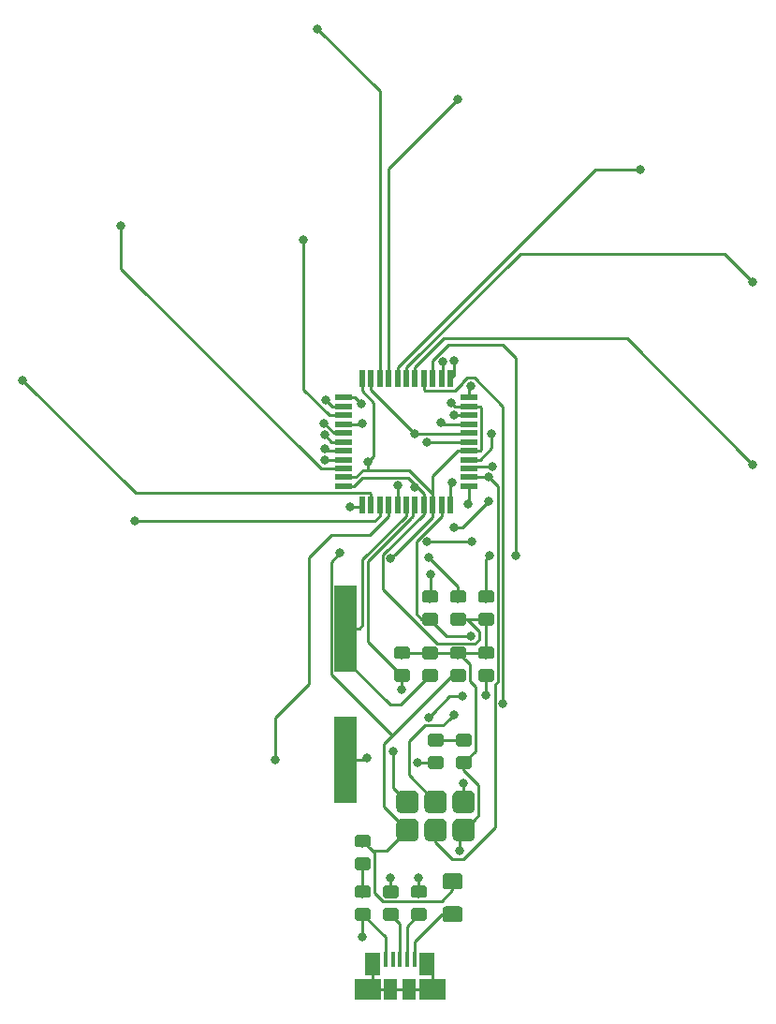
<source format=gbr>
G04 #@! TF.GenerationSoftware,KiCad,Pcbnew,5.0.2-bee76a0~70~ubuntu18.04.1*
G04 #@! TF.CreationDate,2019-10-25T22:44:05+08:00*
G04 #@! TF.ProjectId,TuneShroom,54756e65-5368-4726-9f6f-6d2e6b696361,rev?*
G04 #@! TF.SameCoordinates,Original*
G04 #@! TF.FileFunction,Copper,L2,Bot*
G04 #@! TF.FilePolarity,Positive*
%FSLAX46Y46*%
G04 Gerber Fmt 4.6, Leading zero omitted, Abs format (unit mm)*
G04 Created by KiCad (PCBNEW 5.0.2-bee76a0~70~ubuntu18.04.1) date Fri 25 Oct 2019 22:44:05 HKT*
%MOMM*%
%LPD*%
G01*
G04 APERTURE LIST*
G04 #@! TA.AperFunction,SMDPad,CuDef*
%ADD10R,0.450000X1.380000*%
G04 #@! TD*
G04 #@! TA.AperFunction,SMDPad,CuDef*
%ADD11R,1.475000X2.100000*%
G04 #@! TD*
G04 #@! TA.AperFunction,SMDPad,CuDef*
%ADD12R,2.375000X1.900000*%
G04 #@! TD*
G04 #@! TA.AperFunction,SMDPad,CuDef*
%ADD13R,1.175000X1.900000*%
G04 #@! TD*
G04 #@! TA.AperFunction,Conductor*
%ADD14C,0.100000*%
G04 #@! TD*
G04 #@! TA.AperFunction,SMDPad,CuDef*
%ADD15C,1.150000*%
G04 #@! TD*
G04 #@! TA.AperFunction,SMDPad,CuDef*
%ADD16C,1.425000*%
G04 #@! TD*
G04 #@! TA.AperFunction,SMDPad,CuDef*
%ADD17C,2.032000*%
G04 #@! TD*
G04 #@! TA.AperFunction,SMDPad,CuDef*
%ADD18R,1.500000X0.550000*%
G04 #@! TD*
G04 #@! TA.AperFunction,SMDPad,CuDef*
%ADD19R,0.550000X1.500000*%
G04 #@! TD*
G04 #@! TA.AperFunction,SMDPad,CuDef*
%ADD20R,2.000000X7.875000*%
G04 #@! TD*
G04 #@! TA.AperFunction,ViaPad*
%ADD21C,0.800000*%
G04 #@! TD*
G04 #@! TA.AperFunction,Conductor*
%ADD22C,0.250000*%
G04 #@! TD*
G04 APERTURE END LIST*
D10*
G04 #@! TO.P,J23,1*
G04 #@! TO.N,Net-(J23-Pad1)*
X105247500Y-136180000D03*
G04 #@! TO.P,J23,2*
G04 #@! TO.N,Net-(J23-Pad2)*
X104597500Y-136180000D03*
G04 #@! TO.P,J23,3*
G04 #@! TO.N,Net-(J23-Pad3)*
X103947500Y-136180000D03*
G04 #@! TO.P,J23,4*
G04 #@! TO.N,Net-(J23-Pad4)*
X103297500Y-136180000D03*
G04 #@! TO.P,J23,5*
G04 #@! TO.N,GND*
X102647500Y-136180000D03*
D11*
G04 #@! TO.P,J23,6*
G04 #@! TO.N,Net-(J23-Pad6)*
X106410000Y-136540000D03*
X101485000Y-136540000D03*
D12*
X106857500Y-138840000D03*
X101037500Y-138840000D03*
D13*
X104787500Y-138840000D03*
X103107500Y-138840000D03*
G04 #@! TD*
D14*
G04 #@! TO.N,+5V*
G04 #@! TO.C,R1*
G36*
X107154505Y-102786204D02*
X107178773Y-102789804D01*
X107202572Y-102795765D01*
X107225671Y-102804030D01*
X107247850Y-102814520D01*
X107268893Y-102827132D01*
X107288599Y-102841747D01*
X107306777Y-102858223D01*
X107323253Y-102876401D01*
X107337868Y-102896107D01*
X107350480Y-102917150D01*
X107360970Y-102939329D01*
X107369235Y-102962428D01*
X107375196Y-102986227D01*
X107378796Y-103010495D01*
X107380000Y-103034999D01*
X107380000Y-103685001D01*
X107378796Y-103709505D01*
X107375196Y-103733773D01*
X107369235Y-103757572D01*
X107360970Y-103780671D01*
X107350480Y-103802850D01*
X107337868Y-103823893D01*
X107323253Y-103843599D01*
X107306777Y-103861777D01*
X107288599Y-103878253D01*
X107268893Y-103892868D01*
X107247850Y-103905480D01*
X107225671Y-103915970D01*
X107202572Y-103924235D01*
X107178773Y-103930196D01*
X107154505Y-103933796D01*
X107130001Y-103935000D01*
X106229999Y-103935000D01*
X106205495Y-103933796D01*
X106181227Y-103930196D01*
X106157428Y-103924235D01*
X106134329Y-103915970D01*
X106112150Y-103905480D01*
X106091107Y-103892868D01*
X106071401Y-103878253D01*
X106053223Y-103861777D01*
X106036747Y-103843599D01*
X106022132Y-103823893D01*
X106009520Y-103802850D01*
X105999030Y-103780671D01*
X105990765Y-103757572D01*
X105984804Y-103733773D01*
X105981204Y-103709505D01*
X105980000Y-103685001D01*
X105980000Y-103034999D01*
X105981204Y-103010495D01*
X105984804Y-102986227D01*
X105990765Y-102962428D01*
X105999030Y-102939329D01*
X106009520Y-102917150D01*
X106022132Y-102896107D01*
X106036747Y-102876401D01*
X106053223Y-102858223D01*
X106071401Y-102841747D01*
X106091107Y-102827132D01*
X106112150Y-102814520D01*
X106134329Y-102804030D01*
X106157428Y-102795765D01*
X106181227Y-102789804D01*
X106205495Y-102786204D01*
X106229999Y-102785000D01*
X107130001Y-102785000D01*
X107154505Y-102786204D01*
X107154505Y-102786204D01*
G37*
D15*
G04 #@! TD*
G04 #@! TO.P,R1,1*
G04 #@! TO.N,+5V*
X106680000Y-103360000D03*
D14*
G04 #@! TO.N,RESET*
G04 #@! TO.C,R1*
G36*
X107154505Y-104836204D02*
X107178773Y-104839804D01*
X107202572Y-104845765D01*
X107225671Y-104854030D01*
X107247850Y-104864520D01*
X107268893Y-104877132D01*
X107288599Y-104891747D01*
X107306777Y-104908223D01*
X107323253Y-104926401D01*
X107337868Y-104946107D01*
X107350480Y-104967150D01*
X107360970Y-104989329D01*
X107369235Y-105012428D01*
X107375196Y-105036227D01*
X107378796Y-105060495D01*
X107380000Y-105084999D01*
X107380000Y-105735001D01*
X107378796Y-105759505D01*
X107375196Y-105783773D01*
X107369235Y-105807572D01*
X107360970Y-105830671D01*
X107350480Y-105852850D01*
X107337868Y-105873893D01*
X107323253Y-105893599D01*
X107306777Y-105911777D01*
X107288599Y-105928253D01*
X107268893Y-105942868D01*
X107247850Y-105955480D01*
X107225671Y-105965970D01*
X107202572Y-105974235D01*
X107178773Y-105980196D01*
X107154505Y-105983796D01*
X107130001Y-105985000D01*
X106229999Y-105985000D01*
X106205495Y-105983796D01*
X106181227Y-105980196D01*
X106157428Y-105974235D01*
X106134329Y-105965970D01*
X106112150Y-105955480D01*
X106091107Y-105942868D01*
X106071401Y-105928253D01*
X106053223Y-105911777D01*
X106036747Y-105893599D01*
X106022132Y-105873893D01*
X106009520Y-105852850D01*
X105999030Y-105830671D01*
X105990765Y-105807572D01*
X105984804Y-105783773D01*
X105981204Y-105759505D01*
X105980000Y-105735001D01*
X105980000Y-105084999D01*
X105981204Y-105060495D01*
X105984804Y-105036227D01*
X105990765Y-105012428D01*
X105999030Y-104989329D01*
X106009520Y-104967150D01*
X106022132Y-104946107D01*
X106036747Y-104926401D01*
X106053223Y-104908223D01*
X106071401Y-104891747D01*
X106091107Y-104877132D01*
X106112150Y-104864520D01*
X106134329Y-104854030D01*
X106157428Y-104845765D01*
X106181227Y-104839804D01*
X106205495Y-104836204D01*
X106229999Y-104835000D01*
X107130001Y-104835000D01*
X107154505Y-104836204D01*
X107154505Y-104836204D01*
G37*
D15*
G04 #@! TD*
G04 #@! TO.P,R1,2*
G04 #@! TO.N,RESET*
X106680000Y-105410000D03*
D14*
G04 #@! TO.N,D+*
G04 #@! TO.C,R2*
G36*
X103598505Y-129465204D02*
X103622773Y-129468804D01*
X103646572Y-129474765D01*
X103669671Y-129483030D01*
X103691850Y-129493520D01*
X103712893Y-129506132D01*
X103732599Y-129520747D01*
X103750777Y-129537223D01*
X103767253Y-129555401D01*
X103781868Y-129575107D01*
X103794480Y-129596150D01*
X103804970Y-129618329D01*
X103813235Y-129641428D01*
X103819196Y-129665227D01*
X103822796Y-129689495D01*
X103824000Y-129713999D01*
X103824000Y-130364001D01*
X103822796Y-130388505D01*
X103819196Y-130412773D01*
X103813235Y-130436572D01*
X103804970Y-130459671D01*
X103794480Y-130481850D01*
X103781868Y-130502893D01*
X103767253Y-130522599D01*
X103750777Y-130540777D01*
X103732599Y-130557253D01*
X103712893Y-130571868D01*
X103691850Y-130584480D01*
X103669671Y-130594970D01*
X103646572Y-130603235D01*
X103622773Y-130609196D01*
X103598505Y-130612796D01*
X103574001Y-130614000D01*
X102673999Y-130614000D01*
X102649495Y-130612796D01*
X102625227Y-130609196D01*
X102601428Y-130603235D01*
X102578329Y-130594970D01*
X102556150Y-130584480D01*
X102535107Y-130571868D01*
X102515401Y-130557253D01*
X102497223Y-130540777D01*
X102480747Y-130522599D01*
X102466132Y-130502893D01*
X102453520Y-130481850D01*
X102443030Y-130459671D01*
X102434765Y-130436572D01*
X102428804Y-130412773D01*
X102425204Y-130388505D01*
X102424000Y-130364001D01*
X102424000Y-129713999D01*
X102425204Y-129689495D01*
X102428804Y-129665227D01*
X102434765Y-129641428D01*
X102443030Y-129618329D01*
X102453520Y-129596150D01*
X102466132Y-129575107D01*
X102480747Y-129555401D01*
X102497223Y-129537223D01*
X102515401Y-129520747D01*
X102535107Y-129506132D01*
X102556150Y-129493520D01*
X102578329Y-129483030D01*
X102601428Y-129474765D01*
X102625227Y-129468804D01*
X102649495Y-129465204D01*
X102673999Y-129464000D01*
X103574001Y-129464000D01*
X103598505Y-129465204D01*
X103598505Y-129465204D01*
G37*
D15*
G04 #@! TD*
G04 #@! TO.P,R2,1*
G04 #@! TO.N,D+*
X103124000Y-130039000D03*
D14*
G04 #@! TO.N,Net-(J23-Pad3)*
G04 #@! TO.C,R2*
G36*
X103598505Y-131515204D02*
X103622773Y-131518804D01*
X103646572Y-131524765D01*
X103669671Y-131533030D01*
X103691850Y-131543520D01*
X103712893Y-131556132D01*
X103732599Y-131570747D01*
X103750777Y-131587223D01*
X103767253Y-131605401D01*
X103781868Y-131625107D01*
X103794480Y-131646150D01*
X103804970Y-131668329D01*
X103813235Y-131691428D01*
X103819196Y-131715227D01*
X103822796Y-131739495D01*
X103824000Y-131763999D01*
X103824000Y-132414001D01*
X103822796Y-132438505D01*
X103819196Y-132462773D01*
X103813235Y-132486572D01*
X103804970Y-132509671D01*
X103794480Y-132531850D01*
X103781868Y-132552893D01*
X103767253Y-132572599D01*
X103750777Y-132590777D01*
X103732599Y-132607253D01*
X103712893Y-132621868D01*
X103691850Y-132634480D01*
X103669671Y-132644970D01*
X103646572Y-132653235D01*
X103622773Y-132659196D01*
X103598505Y-132662796D01*
X103574001Y-132664000D01*
X102673999Y-132664000D01*
X102649495Y-132662796D01*
X102625227Y-132659196D01*
X102601428Y-132653235D01*
X102578329Y-132644970D01*
X102556150Y-132634480D01*
X102535107Y-132621868D01*
X102515401Y-132607253D01*
X102497223Y-132590777D01*
X102480747Y-132572599D01*
X102466132Y-132552893D01*
X102453520Y-132531850D01*
X102443030Y-132509671D01*
X102434765Y-132486572D01*
X102428804Y-132462773D01*
X102425204Y-132438505D01*
X102424000Y-132414001D01*
X102424000Y-131763999D01*
X102425204Y-131739495D01*
X102428804Y-131715227D01*
X102434765Y-131691428D01*
X102443030Y-131668329D01*
X102453520Y-131646150D01*
X102466132Y-131625107D01*
X102480747Y-131605401D01*
X102497223Y-131587223D01*
X102515401Y-131570747D01*
X102535107Y-131556132D01*
X102556150Y-131543520D01*
X102578329Y-131533030D01*
X102601428Y-131524765D01*
X102625227Y-131518804D01*
X102649495Y-131515204D01*
X102673999Y-131514000D01*
X103574001Y-131514000D01*
X103598505Y-131515204D01*
X103598505Y-131515204D01*
G37*
D15*
G04 #@! TD*
G04 #@! TO.P,R2,2*
G04 #@! TO.N,Net-(J23-Pad3)*
X103124000Y-132089000D03*
D14*
G04 #@! TO.N,Net-(J23-Pad2)*
G04 #@! TO.C,R3*
G36*
X106138505Y-131506204D02*
X106162773Y-131509804D01*
X106186572Y-131515765D01*
X106209671Y-131524030D01*
X106231850Y-131534520D01*
X106252893Y-131547132D01*
X106272599Y-131561747D01*
X106290777Y-131578223D01*
X106307253Y-131596401D01*
X106321868Y-131616107D01*
X106334480Y-131637150D01*
X106344970Y-131659329D01*
X106353235Y-131682428D01*
X106359196Y-131706227D01*
X106362796Y-131730495D01*
X106364000Y-131754999D01*
X106364000Y-132405001D01*
X106362796Y-132429505D01*
X106359196Y-132453773D01*
X106353235Y-132477572D01*
X106344970Y-132500671D01*
X106334480Y-132522850D01*
X106321868Y-132543893D01*
X106307253Y-132563599D01*
X106290777Y-132581777D01*
X106272599Y-132598253D01*
X106252893Y-132612868D01*
X106231850Y-132625480D01*
X106209671Y-132635970D01*
X106186572Y-132644235D01*
X106162773Y-132650196D01*
X106138505Y-132653796D01*
X106114001Y-132655000D01*
X105213999Y-132655000D01*
X105189495Y-132653796D01*
X105165227Y-132650196D01*
X105141428Y-132644235D01*
X105118329Y-132635970D01*
X105096150Y-132625480D01*
X105075107Y-132612868D01*
X105055401Y-132598253D01*
X105037223Y-132581777D01*
X105020747Y-132563599D01*
X105006132Y-132543893D01*
X104993520Y-132522850D01*
X104983030Y-132500671D01*
X104974765Y-132477572D01*
X104968804Y-132453773D01*
X104965204Y-132429505D01*
X104964000Y-132405001D01*
X104964000Y-131754999D01*
X104965204Y-131730495D01*
X104968804Y-131706227D01*
X104974765Y-131682428D01*
X104983030Y-131659329D01*
X104993520Y-131637150D01*
X105006132Y-131616107D01*
X105020747Y-131596401D01*
X105037223Y-131578223D01*
X105055401Y-131561747D01*
X105075107Y-131547132D01*
X105096150Y-131534520D01*
X105118329Y-131524030D01*
X105141428Y-131515765D01*
X105165227Y-131509804D01*
X105189495Y-131506204D01*
X105213999Y-131505000D01*
X106114001Y-131505000D01*
X106138505Y-131506204D01*
X106138505Y-131506204D01*
G37*
D15*
G04 #@! TD*
G04 #@! TO.P,R3,2*
G04 #@! TO.N,Net-(J23-Pad2)*
X105664000Y-132080000D03*
D14*
G04 #@! TO.N,D-*
G04 #@! TO.C,R3*
G36*
X106138505Y-129456204D02*
X106162773Y-129459804D01*
X106186572Y-129465765D01*
X106209671Y-129474030D01*
X106231850Y-129484520D01*
X106252893Y-129497132D01*
X106272599Y-129511747D01*
X106290777Y-129528223D01*
X106307253Y-129546401D01*
X106321868Y-129566107D01*
X106334480Y-129587150D01*
X106344970Y-129609329D01*
X106353235Y-129632428D01*
X106359196Y-129656227D01*
X106362796Y-129680495D01*
X106364000Y-129704999D01*
X106364000Y-130355001D01*
X106362796Y-130379505D01*
X106359196Y-130403773D01*
X106353235Y-130427572D01*
X106344970Y-130450671D01*
X106334480Y-130472850D01*
X106321868Y-130493893D01*
X106307253Y-130513599D01*
X106290777Y-130531777D01*
X106272599Y-130548253D01*
X106252893Y-130562868D01*
X106231850Y-130575480D01*
X106209671Y-130585970D01*
X106186572Y-130594235D01*
X106162773Y-130600196D01*
X106138505Y-130603796D01*
X106114001Y-130605000D01*
X105213999Y-130605000D01*
X105189495Y-130603796D01*
X105165227Y-130600196D01*
X105141428Y-130594235D01*
X105118329Y-130585970D01*
X105096150Y-130575480D01*
X105075107Y-130562868D01*
X105055401Y-130548253D01*
X105037223Y-130531777D01*
X105020747Y-130513599D01*
X105006132Y-130493893D01*
X104993520Y-130472850D01*
X104983030Y-130450671D01*
X104974765Y-130427572D01*
X104968804Y-130403773D01*
X104965204Y-130379505D01*
X104964000Y-130355001D01*
X104964000Y-129704999D01*
X104965204Y-129680495D01*
X104968804Y-129656227D01*
X104974765Y-129632428D01*
X104983030Y-129609329D01*
X104993520Y-129587150D01*
X105006132Y-129566107D01*
X105020747Y-129546401D01*
X105037223Y-129528223D01*
X105055401Y-129511747D01*
X105075107Y-129497132D01*
X105096150Y-129484520D01*
X105118329Y-129474030D01*
X105141428Y-129465765D01*
X105165227Y-129459804D01*
X105189495Y-129456204D01*
X105213999Y-129455000D01*
X106114001Y-129455000D01*
X106138505Y-129456204D01*
X106138505Y-129456204D01*
G37*
D15*
G04 #@! TD*
G04 #@! TO.P,R3,1*
G04 #@! TO.N,D-*
X105664000Y-130030000D03*
D14*
G04 #@! TO.N,Net-(D1-Pad2)*
G04 #@! TO.C,R4*
G36*
X101058505Y-126934204D02*
X101082773Y-126937804D01*
X101106572Y-126943765D01*
X101129671Y-126952030D01*
X101151850Y-126962520D01*
X101172893Y-126975132D01*
X101192599Y-126989747D01*
X101210777Y-127006223D01*
X101227253Y-127024401D01*
X101241868Y-127044107D01*
X101254480Y-127065150D01*
X101264970Y-127087329D01*
X101273235Y-127110428D01*
X101279196Y-127134227D01*
X101282796Y-127158495D01*
X101284000Y-127182999D01*
X101284000Y-127833001D01*
X101282796Y-127857505D01*
X101279196Y-127881773D01*
X101273235Y-127905572D01*
X101264970Y-127928671D01*
X101254480Y-127950850D01*
X101241868Y-127971893D01*
X101227253Y-127991599D01*
X101210777Y-128009777D01*
X101192599Y-128026253D01*
X101172893Y-128040868D01*
X101151850Y-128053480D01*
X101129671Y-128063970D01*
X101106572Y-128072235D01*
X101082773Y-128078196D01*
X101058505Y-128081796D01*
X101034001Y-128083000D01*
X100133999Y-128083000D01*
X100109495Y-128081796D01*
X100085227Y-128078196D01*
X100061428Y-128072235D01*
X100038329Y-128063970D01*
X100016150Y-128053480D01*
X99995107Y-128040868D01*
X99975401Y-128026253D01*
X99957223Y-128009777D01*
X99940747Y-127991599D01*
X99926132Y-127971893D01*
X99913520Y-127950850D01*
X99903030Y-127928671D01*
X99894765Y-127905572D01*
X99888804Y-127881773D01*
X99885204Y-127857505D01*
X99884000Y-127833001D01*
X99884000Y-127182999D01*
X99885204Y-127158495D01*
X99888804Y-127134227D01*
X99894765Y-127110428D01*
X99903030Y-127087329D01*
X99913520Y-127065150D01*
X99926132Y-127044107D01*
X99940747Y-127024401D01*
X99957223Y-127006223D01*
X99975401Y-126989747D01*
X99995107Y-126975132D01*
X100016150Y-126962520D01*
X100038329Y-126952030D01*
X100061428Y-126943765D01*
X100085227Y-126937804D01*
X100109495Y-126934204D01*
X100133999Y-126933000D01*
X101034001Y-126933000D01*
X101058505Y-126934204D01*
X101058505Y-126934204D01*
G37*
D15*
G04 #@! TD*
G04 #@! TO.P,R4,2*
G04 #@! TO.N,Net-(D1-Pad2)*
X100584000Y-127508000D03*
D14*
G04 #@! TO.N,+5V*
G04 #@! TO.C,R4*
G36*
X101058505Y-124884204D02*
X101082773Y-124887804D01*
X101106572Y-124893765D01*
X101129671Y-124902030D01*
X101151850Y-124912520D01*
X101172893Y-124925132D01*
X101192599Y-124939747D01*
X101210777Y-124956223D01*
X101227253Y-124974401D01*
X101241868Y-124994107D01*
X101254480Y-125015150D01*
X101264970Y-125037329D01*
X101273235Y-125060428D01*
X101279196Y-125084227D01*
X101282796Y-125108495D01*
X101284000Y-125132999D01*
X101284000Y-125783001D01*
X101282796Y-125807505D01*
X101279196Y-125831773D01*
X101273235Y-125855572D01*
X101264970Y-125878671D01*
X101254480Y-125900850D01*
X101241868Y-125921893D01*
X101227253Y-125941599D01*
X101210777Y-125959777D01*
X101192599Y-125976253D01*
X101172893Y-125990868D01*
X101151850Y-126003480D01*
X101129671Y-126013970D01*
X101106572Y-126022235D01*
X101082773Y-126028196D01*
X101058505Y-126031796D01*
X101034001Y-126033000D01*
X100133999Y-126033000D01*
X100109495Y-126031796D01*
X100085227Y-126028196D01*
X100061428Y-126022235D01*
X100038329Y-126013970D01*
X100016150Y-126003480D01*
X99995107Y-125990868D01*
X99975401Y-125976253D01*
X99957223Y-125959777D01*
X99940747Y-125941599D01*
X99926132Y-125921893D01*
X99913520Y-125900850D01*
X99903030Y-125878671D01*
X99894765Y-125855572D01*
X99888804Y-125831773D01*
X99885204Y-125807505D01*
X99884000Y-125783001D01*
X99884000Y-125132999D01*
X99885204Y-125108495D01*
X99888804Y-125084227D01*
X99894765Y-125060428D01*
X99903030Y-125037329D01*
X99913520Y-125015150D01*
X99926132Y-124994107D01*
X99940747Y-124974401D01*
X99957223Y-124956223D01*
X99975401Y-124939747D01*
X99995107Y-124925132D01*
X100016150Y-124912520D01*
X100038329Y-124902030D01*
X100061428Y-124893765D01*
X100085227Y-124887804D01*
X100109495Y-124884204D01*
X100133999Y-124883000D01*
X101034001Y-124883000D01*
X101058505Y-124884204D01*
X101058505Y-124884204D01*
G37*
D15*
G04 #@! TD*
G04 #@! TO.P,R4,1*
G04 #@! TO.N,+5V*
X100584000Y-125458000D03*
D14*
G04 #@! TO.N,Net-(R5-Pad1)*
G04 #@! TO.C,R5*
G36*
X109694505Y-102786204D02*
X109718773Y-102789804D01*
X109742572Y-102795765D01*
X109765671Y-102804030D01*
X109787850Y-102814520D01*
X109808893Y-102827132D01*
X109828599Y-102841747D01*
X109846777Y-102858223D01*
X109863253Y-102876401D01*
X109877868Y-102896107D01*
X109890480Y-102917150D01*
X109900970Y-102939329D01*
X109909235Y-102962428D01*
X109915196Y-102986227D01*
X109918796Y-103010495D01*
X109920000Y-103034999D01*
X109920000Y-103685001D01*
X109918796Y-103709505D01*
X109915196Y-103733773D01*
X109909235Y-103757572D01*
X109900970Y-103780671D01*
X109890480Y-103802850D01*
X109877868Y-103823893D01*
X109863253Y-103843599D01*
X109846777Y-103861777D01*
X109828599Y-103878253D01*
X109808893Y-103892868D01*
X109787850Y-103905480D01*
X109765671Y-103915970D01*
X109742572Y-103924235D01*
X109718773Y-103930196D01*
X109694505Y-103933796D01*
X109670001Y-103935000D01*
X108769999Y-103935000D01*
X108745495Y-103933796D01*
X108721227Y-103930196D01*
X108697428Y-103924235D01*
X108674329Y-103915970D01*
X108652150Y-103905480D01*
X108631107Y-103892868D01*
X108611401Y-103878253D01*
X108593223Y-103861777D01*
X108576747Y-103843599D01*
X108562132Y-103823893D01*
X108549520Y-103802850D01*
X108539030Y-103780671D01*
X108530765Y-103757572D01*
X108524804Y-103733773D01*
X108521204Y-103709505D01*
X108520000Y-103685001D01*
X108520000Y-103034999D01*
X108521204Y-103010495D01*
X108524804Y-102986227D01*
X108530765Y-102962428D01*
X108539030Y-102939329D01*
X108549520Y-102917150D01*
X108562132Y-102896107D01*
X108576747Y-102876401D01*
X108593223Y-102858223D01*
X108611401Y-102841747D01*
X108631107Y-102827132D01*
X108652150Y-102814520D01*
X108674329Y-102804030D01*
X108697428Y-102795765D01*
X108721227Y-102789804D01*
X108745495Y-102786204D01*
X108769999Y-102785000D01*
X109670001Y-102785000D01*
X109694505Y-102786204D01*
X109694505Y-102786204D01*
G37*
D15*
G04 #@! TD*
G04 #@! TO.P,R5,1*
G04 #@! TO.N,Net-(R5-Pad1)*
X109220000Y-103360000D03*
D14*
G04 #@! TO.N,GND*
G04 #@! TO.C,R5*
G36*
X109694505Y-104836204D02*
X109718773Y-104839804D01*
X109742572Y-104845765D01*
X109765671Y-104854030D01*
X109787850Y-104864520D01*
X109808893Y-104877132D01*
X109828599Y-104891747D01*
X109846777Y-104908223D01*
X109863253Y-104926401D01*
X109877868Y-104946107D01*
X109890480Y-104967150D01*
X109900970Y-104989329D01*
X109909235Y-105012428D01*
X109915196Y-105036227D01*
X109918796Y-105060495D01*
X109920000Y-105084999D01*
X109920000Y-105735001D01*
X109918796Y-105759505D01*
X109915196Y-105783773D01*
X109909235Y-105807572D01*
X109900970Y-105830671D01*
X109890480Y-105852850D01*
X109877868Y-105873893D01*
X109863253Y-105893599D01*
X109846777Y-105911777D01*
X109828599Y-105928253D01*
X109808893Y-105942868D01*
X109787850Y-105955480D01*
X109765671Y-105965970D01*
X109742572Y-105974235D01*
X109718773Y-105980196D01*
X109694505Y-105983796D01*
X109670001Y-105985000D01*
X108769999Y-105985000D01*
X108745495Y-105983796D01*
X108721227Y-105980196D01*
X108697428Y-105974235D01*
X108674329Y-105965970D01*
X108652150Y-105955480D01*
X108631107Y-105942868D01*
X108611401Y-105928253D01*
X108593223Y-105911777D01*
X108576747Y-105893599D01*
X108562132Y-105873893D01*
X108549520Y-105852850D01*
X108539030Y-105830671D01*
X108530765Y-105807572D01*
X108524804Y-105783773D01*
X108521204Y-105759505D01*
X108520000Y-105735001D01*
X108520000Y-105084999D01*
X108521204Y-105060495D01*
X108524804Y-105036227D01*
X108530765Y-105012428D01*
X108539030Y-104989329D01*
X108549520Y-104967150D01*
X108562132Y-104946107D01*
X108576747Y-104926401D01*
X108593223Y-104908223D01*
X108611401Y-104891747D01*
X108631107Y-104877132D01*
X108652150Y-104864520D01*
X108674329Y-104854030D01*
X108697428Y-104845765D01*
X108721227Y-104839804D01*
X108745495Y-104836204D01*
X108769999Y-104835000D01*
X109670001Y-104835000D01*
X109694505Y-104836204D01*
X109694505Y-104836204D01*
G37*
D15*
G04 #@! TD*
G04 #@! TO.P,R5,2*
G04 #@! TO.N,GND*
X109220000Y-105410000D03*
D14*
G04 #@! TO.N,Net-(D2-Pad2)*
G04 #@! TO.C,R6*
G36*
X107662505Y-115749204D02*
X107686773Y-115752804D01*
X107710572Y-115758765D01*
X107733671Y-115767030D01*
X107755850Y-115777520D01*
X107776893Y-115790132D01*
X107796599Y-115804747D01*
X107814777Y-115821223D01*
X107831253Y-115839401D01*
X107845868Y-115859107D01*
X107858480Y-115880150D01*
X107868970Y-115902329D01*
X107877235Y-115925428D01*
X107883196Y-115949227D01*
X107886796Y-115973495D01*
X107888000Y-115997999D01*
X107888000Y-116648001D01*
X107886796Y-116672505D01*
X107883196Y-116696773D01*
X107877235Y-116720572D01*
X107868970Y-116743671D01*
X107858480Y-116765850D01*
X107845868Y-116786893D01*
X107831253Y-116806599D01*
X107814777Y-116824777D01*
X107796599Y-116841253D01*
X107776893Y-116855868D01*
X107755850Y-116868480D01*
X107733671Y-116878970D01*
X107710572Y-116887235D01*
X107686773Y-116893196D01*
X107662505Y-116896796D01*
X107638001Y-116898000D01*
X106737999Y-116898000D01*
X106713495Y-116896796D01*
X106689227Y-116893196D01*
X106665428Y-116887235D01*
X106642329Y-116878970D01*
X106620150Y-116868480D01*
X106599107Y-116855868D01*
X106579401Y-116841253D01*
X106561223Y-116824777D01*
X106544747Y-116806599D01*
X106530132Y-116786893D01*
X106517520Y-116765850D01*
X106507030Y-116743671D01*
X106498765Y-116720572D01*
X106492804Y-116696773D01*
X106489204Y-116672505D01*
X106488000Y-116648001D01*
X106488000Y-115997999D01*
X106489204Y-115973495D01*
X106492804Y-115949227D01*
X106498765Y-115925428D01*
X106507030Y-115902329D01*
X106517520Y-115880150D01*
X106530132Y-115859107D01*
X106544747Y-115839401D01*
X106561223Y-115821223D01*
X106579401Y-115804747D01*
X106599107Y-115790132D01*
X106620150Y-115777520D01*
X106642329Y-115767030D01*
X106665428Y-115758765D01*
X106689227Y-115752804D01*
X106713495Y-115749204D01*
X106737999Y-115748000D01*
X107638001Y-115748000D01*
X107662505Y-115749204D01*
X107662505Y-115749204D01*
G37*
D15*
G04 #@! TD*
G04 #@! TO.P,R6,2*
G04 #@! TO.N,Net-(D2-Pad2)*
X107188000Y-116323000D03*
D14*
G04 #@! TO.N,RX_LED*
G04 #@! TO.C,R6*
G36*
X107662505Y-117799204D02*
X107686773Y-117802804D01*
X107710572Y-117808765D01*
X107733671Y-117817030D01*
X107755850Y-117827520D01*
X107776893Y-117840132D01*
X107796599Y-117854747D01*
X107814777Y-117871223D01*
X107831253Y-117889401D01*
X107845868Y-117909107D01*
X107858480Y-117930150D01*
X107868970Y-117952329D01*
X107877235Y-117975428D01*
X107883196Y-117999227D01*
X107886796Y-118023495D01*
X107888000Y-118047999D01*
X107888000Y-118698001D01*
X107886796Y-118722505D01*
X107883196Y-118746773D01*
X107877235Y-118770572D01*
X107868970Y-118793671D01*
X107858480Y-118815850D01*
X107845868Y-118836893D01*
X107831253Y-118856599D01*
X107814777Y-118874777D01*
X107796599Y-118891253D01*
X107776893Y-118905868D01*
X107755850Y-118918480D01*
X107733671Y-118928970D01*
X107710572Y-118937235D01*
X107686773Y-118943196D01*
X107662505Y-118946796D01*
X107638001Y-118948000D01*
X106737999Y-118948000D01*
X106713495Y-118946796D01*
X106689227Y-118943196D01*
X106665428Y-118937235D01*
X106642329Y-118928970D01*
X106620150Y-118918480D01*
X106599107Y-118905868D01*
X106579401Y-118891253D01*
X106561223Y-118874777D01*
X106544747Y-118856599D01*
X106530132Y-118836893D01*
X106517520Y-118815850D01*
X106507030Y-118793671D01*
X106498765Y-118770572D01*
X106492804Y-118746773D01*
X106489204Y-118722505D01*
X106488000Y-118698001D01*
X106488000Y-118047999D01*
X106489204Y-118023495D01*
X106492804Y-117999227D01*
X106498765Y-117975428D01*
X106507030Y-117952329D01*
X106517520Y-117930150D01*
X106530132Y-117909107D01*
X106544747Y-117889401D01*
X106561223Y-117871223D01*
X106579401Y-117854747D01*
X106599107Y-117840132D01*
X106620150Y-117827520D01*
X106642329Y-117817030D01*
X106665428Y-117808765D01*
X106689227Y-117802804D01*
X106713495Y-117799204D01*
X106737999Y-117798000D01*
X107638001Y-117798000D01*
X107662505Y-117799204D01*
X107662505Y-117799204D01*
G37*
D15*
G04 #@! TD*
G04 #@! TO.P,R6,1*
G04 #@! TO.N,RX_LED*
X107188000Y-118373000D03*
D14*
G04 #@! TO.N,+5V*
G04 #@! TO.C,TH1*
G36*
X109361504Y-128393704D02*
X109385773Y-128397304D01*
X109409571Y-128403265D01*
X109432671Y-128411530D01*
X109454849Y-128422020D01*
X109475893Y-128434633D01*
X109495598Y-128449247D01*
X109513777Y-128465723D01*
X109530253Y-128483902D01*
X109544867Y-128503607D01*
X109557480Y-128524651D01*
X109567970Y-128546829D01*
X109576235Y-128569929D01*
X109582196Y-128593727D01*
X109585796Y-128617996D01*
X109587000Y-128642500D01*
X109587000Y-129567500D01*
X109585796Y-129592004D01*
X109582196Y-129616273D01*
X109576235Y-129640071D01*
X109567970Y-129663171D01*
X109557480Y-129685349D01*
X109544867Y-129706393D01*
X109530253Y-129726098D01*
X109513777Y-129744277D01*
X109495598Y-129760753D01*
X109475893Y-129775367D01*
X109454849Y-129787980D01*
X109432671Y-129798470D01*
X109409571Y-129806735D01*
X109385773Y-129812696D01*
X109361504Y-129816296D01*
X109337000Y-129817500D01*
X108087000Y-129817500D01*
X108062496Y-129816296D01*
X108038227Y-129812696D01*
X108014429Y-129806735D01*
X107991329Y-129798470D01*
X107969151Y-129787980D01*
X107948107Y-129775367D01*
X107928402Y-129760753D01*
X107910223Y-129744277D01*
X107893747Y-129726098D01*
X107879133Y-129706393D01*
X107866520Y-129685349D01*
X107856030Y-129663171D01*
X107847765Y-129640071D01*
X107841804Y-129616273D01*
X107838204Y-129592004D01*
X107837000Y-129567500D01*
X107837000Y-128642500D01*
X107838204Y-128617996D01*
X107841804Y-128593727D01*
X107847765Y-128569929D01*
X107856030Y-128546829D01*
X107866520Y-128524651D01*
X107879133Y-128503607D01*
X107893747Y-128483902D01*
X107910223Y-128465723D01*
X107928402Y-128449247D01*
X107948107Y-128434633D01*
X107969151Y-128422020D01*
X107991329Y-128411530D01*
X108014429Y-128403265D01*
X108038227Y-128397304D01*
X108062496Y-128393704D01*
X108087000Y-128392500D01*
X109337000Y-128392500D01*
X109361504Y-128393704D01*
X109361504Y-128393704D01*
G37*
D16*
G04 #@! TD*
G04 #@! TO.P,TH1,1*
G04 #@! TO.N,+5V*
X108712000Y-129105000D03*
D14*
G04 #@! TO.N,Net-(J23-Pad1)*
G04 #@! TO.C,TH1*
G36*
X109361504Y-131368704D02*
X109385773Y-131372304D01*
X109409571Y-131378265D01*
X109432671Y-131386530D01*
X109454849Y-131397020D01*
X109475893Y-131409633D01*
X109495598Y-131424247D01*
X109513777Y-131440723D01*
X109530253Y-131458902D01*
X109544867Y-131478607D01*
X109557480Y-131499651D01*
X109567970Y-131521829D01*
X109576235Y-131544929D01*
X109582196Y-131568727D01*
X109585796Y-131592996D01*
X109587000Y-131617500D01*
X109587000Y-132542500D01*
X109585796Y-132567004D01*
X109582196Y-132591273D01*
X109576235Y-132615071D01*
X109567970Y-132638171D01*
X109557480Y-132660349D01*
X109544867Y-132681393D01*
X109530253Y-132701098D01*
X109513777Y-132719277D01*
X109495598Y-132735753D01*
X109475893Y-132750367D01*
X109454849Y-132762980D01*
X109432671Y-132773470D01*
X109409571Y-132781735D01*
X109385773Y-132787696D01*
X109361504Y-132791296D01*
X109337000Y-132792500D01*
X108087000Y-132792500D01*
X108062496Y-132791296D01*
X108038227Y-132787696D01*
X108014429Y-132781735D01*
X107991329Y-132773470D01*
X107969151Y-132762980D01*
X107948107Y-132750367D01*
X107928402Y-132735753D01*
X107910223Y-132719277D01*
X107893747Y-132701098D01*
X107879133Y-132681393D01*
X107866520Y-132660349D01*
X107856030Y-132638171D01*
X107847765Y-132615071D01*
X107841804Y-132591273D01*
X107838204Y-132567004D01*
X107837000Y-132542500D01*
X107837000Y-131617500D01*
X107838204Y-131592996D01*
X107841804Y-131568727D01*
X107847765Y-131544929D01*
X107856030Y-131521829D01*
X107866520Y-131499651D01*
X107879133Y-131478607D01*
X107893747Y-131458902D01*
X107910223Y-131440723D01*
X107928402Y-131424247D01*
X107948107Y-131409633D01*
X107969151Y-131397020D01*
X107991329Y-131386530D01*
X108014429Y-131378265D01*
X108038227Y-131372304D01*
X108062496Y-131368704D01*
X108087000Y-131367500D01*
X109337000Y-131367500D01*
X109361504Y-131368704D01*
X109361504Y-131368704D01*
G37*
D16*
G04 #@! TD*
G04 #@! TO.P,TH1,2*
G04 #@! TO.N,Net-(J23-Pad1)*
X108712000Y-132080000D03*
D14*
G04 #@! TO.N,MISO*
G04 #@! TO.C,TP1*
G36*
X105205793Y-120906446D02*
X105255106Y-120913761D01*
X105303465Y-120925874D01*
X105350403Y-120942669D01*
X105395470Y-120963984D01*
X105438230Y-120989613D01*
X105478272Y-121019311D01*
X105515210Y-121052790D01*
X105548689Y-121089728D01*
X105578387Y-121129770D01*
X105604016Y-121172530D01*
X105625331Y-121217597D01*
X105642126Y-121264535D01*
X105654239Y-121312894D01*
X105661554Y-121362207D01*
X105664000Y-121412000D01*
X105664000Y-122428000D01*
X105661554Y-122477793D01*
X105654239Y-122527106D01*
X105642126Y-122575465D01*
X105625331Y-122622403D01*
X105604016Y-122667470D01*
X105578387Y-122710230D01*
X105548689Y-122750272D01*
X105515210Y-122787210D01*
X105478272Y-122820689D01*
X105438230Y-122850387D01*
X105395470Y-122876016D01*
X105350403Y-122897331D01*
X105303465Y-122914126D01*
X105255106Y-122926239D01*
X105205793Y-122933554D01*
X105156000Y-122936000D01*
X104140000Y-122936000D01*
X104090207Y-122933554D01*
X104040894Y-122926239D01*
X103992535Y-122914126D01*
X103945597Y-122897331D01*
X103900530Y-122876016D01*
X103857770Y-122850387D01*
X103817728Y-122820689D01*
X103780790Y-122787210D01*
X103747311Y-122750272D01*
X103717613Y-122710230D01*
X103691984Y-122667470D01*
X103670669Y-122622403D01*
X103653874Y-122575465D01*
X103641761Y-122527106D01*
X103634446Y-122477793D01*
X103632000Y-122428000D01*
X103632000Y-121412000D01*
X103634446Y-121362207D01*
X103641761Y-121312894D01*
X103653874Y-121264535D01*
X103670669Y-121217597D01*
X103691984Y-121172530D01*
X103717613Y-121129770D01*
X103747311Y-121089728D01*
X103780790Y-121052790D01*
X103817728Y-121019311D01*
X103857770Y-120989613D01*
X103900530Y-120963984D01*
X103945597Y-120942669D01*
X103992535Y-120925874D01*
X104040894Y-120913761D01*
X104090207Y-120906446D01*
X104140000Y-120904000D01*
X105156000Y-120904000D01*
X105205793Y-120906446D01*
X105205793Y-120906446D01*
G37*
D17*
G04 #@! TD*
G04 #@! TO.P,TP1,1*
G04 #@! TO.N,MISO*
X104648000Y-121920000D03*
D14*
G04 #@! TO.N,+5V*
G04 #@! TO.C,TP1*
G36*
X105205793Y-123446446D02*
X105255106Y-123453761D01*
X105303465Y-123465874D01*
X105350403Y-123482669D01*
X105395470Y-123503984D01*
X105438230Y-123529613D01*
X105478272Y-123559311D01*
X105515210Y-123592790D01*
X105548689Y-123629728D01*
X105578387Y-123669770D01*
X105604016Y-123712530D01*
X105625331Y-123757597D01*
X105642126Y-123804535D01*
X105654239Y-123852894D01*
X105661554Y-123902207D01*
X105664000Y-123952000D01*
X105664000Y-124968000D01*
X105661554Y-125017793D01*
X105654239Y-125067106D01*
X105642126Y-125115465D01*
X105625331Y-125162403D01*
X105604016Y-125207470D01*
X105578387Y-125250230D01*
X105548689Y-125290272D01*
X105515210Y-125327210D01*
X105478272Y-125360689D01*
X105438230Y-125390387D01*
X105395470Y-125416016D01*
X105350403Y-125437331D01*
X105303465Y-125454126D01*
X105255106Y-125466239D01*
X105205793Y-125473554D01*
X105156000Y-125476000D01*
X104140000Y-125476000D01*
X104090207Y-125473554D01*
X104040894Y-125466239D01*
X103992535Y-125454126D01*
X103945597Y-125437331D01*
X103900530Y-125416016D01*
X103857770Y-125390387D01*
X103817728Y-125360689D01*
X103780790Y-125327210D01*
X103747311Y-125290272D01*
X103717613Y-125250230D01*
X103691984Y-125207470D01*
X103670669Y-125162403D01*
X103653874Y-125115465D01*
X103641761Y-125067106D01*
X103634446Y-125017793D01*
X103632000Y-124968000D01*
X103632000Y-123952000D01*
X103634446Y-123902207D01*
X103641761Y-123852894D01*
X103653874Y-123804535D01*
X103670669Y-123757597D01*
X103691984Y-123712530D01*
X103717613Y-123669770D01*
X103747311Y-123629728D01*
X103780790Y-123592790D01*
X103817728Y-123559311D01*
X103857770Y-123529613D01*
X103900530Y-123503984D01*
X103945597Y-123482669D01*
X103992535Y-123465874D01*
X104040894Y-123453761D01*
X104090207Y-123446446D01*
X104140000Y-123444000D01*
X105156000Y-123444000D01*
X105205793Y-123446446D01*
X105205793Y-123446446D01*
G37*
D17*
G04 #@! TD*
G04 #@! TO.P,TP1,2*
G04 #@! TO.N,+5V*
X104648000Y-124460000D03*
D14*
G04 #@! TO.N,SCK*
G04 #@! TO.C,TP1*
G36*
X107745793Y-120906446D02*
X107795106Y-120913761D01*
X107843465Y-120925874D01*
X107890403Y-120942669D01*
X107935470Y-120963984D01*
X107978230Y-120989613D01*
X108018272Y-121019311D01*
X108055210Y-121052790D01*
X108088689Y-121089728D01*
X108118387Y-121129770D01*
X108144016Y-121172530D01*
X108165331Y-121217597D01*
X108182126Y-121264535D01*
X108194239Y-121312894D01*
X108201554Y-121362207D01*
X108204000Y-121412000D01*
X108204000Y-122428000D01*
X108201554Y-122477793D01*
X108194239Y-122527106D01*
X108182126Y-122575465D01*
X108165331Y-122622403D01*
X108144016Y-122667470D01*
X108118387Y-122710230D01*
X108088689Y-122750272D01*
X108055210Y-122787210D01*
X108018272Y-122820689D01*
X107978230Y-122850387D01*
X107935470Y-122876016D01*
X107890403Y-122897331D01*
X107843465Y-122914126D01*
X107795106Y-122926239D01*
X107745793Y-122933554D01*
X107696000Y-122936000D01*
X106680000Y-122936000D01*
X106630207Y-122933554D01*
X106580894Y-122926239D01*
X106532535Y-122914126D01*
X106485597Y-122897331D01*
X106440530Y-122876016D01*
X106397770Y-122850387D01*
X106357728Y-122820689D01*
X106320790Y-122787210D01*
X106287311Y-122750272D01*
X106257613Y-122710230D01*
X106231984Y-122667470D01*
X106210669Y-122622403D01*
X106193874Y-122575465D01*
X106181761Y-122527106D01*
X106174446Y-122477793D01*
X106172000Y-122428000D01*
X106172000Y-121412000D01*
X106174446Y-121362207D01*
X106181761Y-121312894D01*
X106193874Y-121264535D01*
X106210669Y-121217597D01*
X106231984Y-121172530D01*
X106257613Y-121129770D01*
X106287311Y-121089728D01*
X106320790Y-121052790D01*
X106357728Y-121019311D01*
X106397770Y-120989613D01*
X106440530Y-120963984D01*
X106485597Y-120942669D01*
X106532535Y-120925874D01*
X106580894Y-120913761D01*
X106630207Y-120906446D01*
X106680000Y-120904000D01*
X107696000Y-120904000D01*
X107745793Y-120906446D01*
X107745793Y-120906446D01*
G37*
D17*
G04 #@! TD*
G04 #@! TO.P,TP1,3*
G04 #@! TO.N,SCK*
X107188000Y-121920000D03*
D14*
G04 #@! TO.N,MOSI*
G04 #@! TO.C,TP1*
G36*
X107745793Y-123446446D02*
X107795106Y-123453761D01*
X107843465Y-123465874D01*
X107890403Y-123482669D01*
X107935470Y-123503984D01*
X107978230Y-123529613D01*
X108018272Y-123559311D01*
X108055210Y-123592790D01*
X108088689Y-123629728D01*
X108118387Y-123669770D01*
X108144016Y-123712530D01*
X108165331Y-123757597D01*
X108182126Y-123804535D01*
X108194239Y-123852894D01*
X108201554Y-123902207D01*
X108204000Y-123952000D01*
X108204000Y-124968000D01*
X108201554Y-125017793D01*
X108194239Y-125067106D01*
X108182126Y-125115465D01*
X108165331Y-125162403D01*
X108144016Y-125207470D01*
X108118387Y-125250230D01*
X108088689Y-125290272D01*
X108055210Y-125327210D01*
X108018272Y-125360689D01*
X107978230Y-125390387D01*
X107935470Y-125416016D01*
X107890403Y-125437331D01*
X107843465Y-125454126D01*
X107795106Y-125466239D01*
X107745793Y-125473554D01*
X107696000Y-125476000D01*
X106680000Y-125476000D01*
X106630207Y-125473554D01*
X106580894Y-125466239D01*
X106532535Y-125454126D01*
X106485597Y-125437331D01*
X106440530Y-125416016D01*
X106397770Y-125390387D01*
X106357728Y-125360689D01*
X106320790Y-125327210D01*
X106287311Y-125290272D01*
X106257613Y-125250230D01*
X106231984Y-125207470D01*
X106210669Y-125162403D01*
X106193874Y-125115465D01*
X106181761Y-125067106D01*
X106174446Y-125017793D01*
X106172000Y-124968000D01*
X106172000Y-123952000D01*
X106174446Y-123902207D01*
X106181761Y-123852894D01*
X106193874Y-123804535D01*
X106210669Y-123757597D01*
X106231984Y-123712530D01*
X106257613Y-123669770D01*
X106287311Y-123629728D01*
X106320790Y-123592790D01*
X106357728Y-123559311D01*
X106397770Y-123529613D01*
X106440530Y-123503984D01*
X106485597Y-123482669D01*
X106532535Y-123465874D01*
X106580894Y-123453761D01*
X106630207Y-123446446D01*
X106680000Y-123444000D01*
X107696000Y-123444000D01*
X107745793Y-123446446D01*
X107745793Y-123446446D01*
G37*
D17*
G04 #@! TD*
G04 #@! TO.P,TP1,4*
G04 #@! TO.N,MOSI*
X107188000Y-124460000D03*
D14*
G04 #@! TO.N,RESET*
G04 #@! TO.C,TP1*
G36*
X110285793Y-120906446D02*
X110335106Y-120913761D01*
X110383465Y-120925874D01*
X110430403Y-120942669D01*
X110475470Y-120963984D01*
X110518230Y-120989613D01*
X110558272Y-121019311D01*
X110595210Y-121052790D01*
X110628689Y-121089728D01*
X110658387Y-121129770D01*
X110684016Y-121172530D01*
X110705331Y-121217597D01*
X110722126Y-121264535D01*
X110734239Y-121312894D01*
X110741554Y-121362207D01*
X110744000Y-121412000D01*
X110744000Y-122428000D01*
X110741554Y-122477793D01*
X110734239Y-122527106D01*
X110722126Y-122575465D01*
X110705331Y-122622403D01*
X110684016Y-122667470D01*
X110658387Y-122710230D01*
X110628689Y-122750272D01*
X110595210Y-122787210D01*
X110558272Y-122820689D01*
X110518230Y-122850387D01*
X110475470Y-122876016D01*
X110430403Y-122897331D01*
X110383465Y-122914126D01*
X110335106Y-122926239D01*
X110285793Y-122933554D01*
X110236000Y-122936000D01*
X109220000Y-122936000D01*
X109170207Y-122933554D01*
X109120894Y-122926239D01*
X109072535Y-122914126D01*
X109025597Y-122897331D01*
X108980530Y-122876016D01*
X108937770Y-122850387D01*
X108897728Y-122820689D01*
X108860790Y-122787210D01*
X108827311Y-122750272D01*
X108797613Y-122710230D01*
X108771984Y-122667470D01*
X108750669Y-122622403D01*
X108733874Y-122575465D01*
X108721761Y-122527106D01*
X108714446Y-122477793D01*
X108712000Y-122428000D01*
X108712000Y-121412000D01*
X108714446Y-121362207D01*
X108721761Y-121312894D01*
X108733874Y-121264535D01*
X108750669Y-121217597D01*
X108771984Y-121172530D01*
X108797613Y-121129770D01*
X108827311Y-121089728D01*
X108860790Y-121052790D01*
X108897728Y-121019311D01*
X108937770Y-120989613D01*
X108980530Y-120963984D01*
X109025597Y-120942669D01*
X109072535Y-120925874D01*
X109120894Y-120913761D01*
X109170207Y-120906446D01*
X109220000Y-120904000D01*
X110236000Y-120904000D01*
X110285793Y-120906446D01*
X110285793Y-120906446D01*
G37*
D17*
G04 #@! TD*
G04 #@! TO.P,TP1,5*
G04 #@! TO.N,RESET*
X109728000Y-121920000D03*
D14*
G04 #@! TO.N,GND*
G04 #@! TO.C,TP1*
G36*
X110285793Y-123446446D02*
X110335106Y-123453761D01*
X110383465Y-123465874D01*
X110430403Y-123482669D01*
X110475470Y-123503984D01*
X110518230Y-123529613D01*
X110558272Y-123559311D01*
X110595210Y-123592790D01*
X110628689Y-123629728D01*
X110658387Y-123669770D01*
X110684016Y-123712530D01*
X110705331Y-123757597D01*
X110722126Y-123804535D01*
X110734239Y-123852894D01*
X110741554Y-123902207D01*
X110744000Y-123952000D01*
X110744000Y-124968000D01*
X110741554Y-125017793D01*
X110734239Y-125067106D01*
X110722126Y-125115465D01*
X110705331Y-125162403D01*
X110684016Y-125207470D01*
X110658387Y-125250230D01*
X110628689Y-125290272D01*
X110595210Y-125327210D01*
X110558272Y-125360689D01*
X110518230Y-125390387D01*
X110475470Y-125416016D01*
X110430403Y-125437331D01*
X110383465Y-125454126D01*
X110335106Y-125466239D01*
X110285793Y-125473554D01*
X110236000Y-125476000D01*
X109220000Y-125476000D01*
X109170207Y-125473554D01*
X109120894Y-125466239D01*
X109072535Y-125454126D01*
X109025597Y-125437331D01*
X108980530Y-125416016D01*
X108937770Y-125390387D01*
X108897728Y-125360689D01*
X108860790Y-125327210D01*
X108827311Y-125290272D01*
X108797613Y-125250230D01*
X108771984Y-125207470D01*
X108750669Y-125162403D01*
X108733874Y-125115465D01*
X108721761Y-125067106D01*
X108714446Y-125017793D01*
X108712000Y-124968000D01*
X108712000Y-123952000D01*
X108714446Y-123902207D01*
X108721761Y-123852894D01*
X108733874Y-123804535D01*
X108750669Y-123757597D01*
X108771984Y-123712530D01*
X108797613Y-123669770D01*
X108827311Y-123629728D01*
X108860790Y-123592790D01*
X108897728Y-123559311D01*
X108937770Y-123529613D01*
X108980530Y-123503984D01*
X109025597Y-123482669D01*
X109072535Y-123465874D01*
X109120894Y-123453761D01*
X109170207Y-123446446D01*
X109220000Y-123444000D01*
X110236000Y-123444000D01*
X110285793Y-123446446D01*
X110285793Y-123446446D01*
G37*
D17*
G04 #@! TD*
G04 #@! TO.P,TP1,6*
G04 #@! TO.N,GND*
X109728000Y-124460000D03*
D18*
G04 #@! TO.P,U1,1*
G04 #@! TO.N,D7*
X110221000Y-85383000D03*
G04 #@! TO.P,U1,2*
G04 #@! TO.N,+5V*
X110221000Y-86183000D03*
G04 #@! TO.P,U1,3*
G04 #@! TO.N,D-*
X110221000Y-86983000D03*
G04 #@! TO.P,U1,4*
G04 #@! TO.N,D+*
X110221000Y-87783000D03*
G04 #@! TO.P,U1,5*
G04 #@! TO.N,GND*
X110221000Y-88583000D03*
G04 #@! TO.P,U1,6*
G04 #@! TO.N,Net-(C4-Pad1)*
X110221000Y-89383000D03*
G04 #@! TO.P,U1,7*
G04 #@! TO.N,+5V*
X110221000Y-90183000D03*
G04 #@! TO.P,U1,8*
G04 #@! TO.N,D17*
X110221000Y-90983000D03*
G04 #@! TO.P,U1,9*
G04 #@! TO.N,SCK*
X110221000Y-91783000D03*
G04 #@! TO.P,U1,10*
G04 #@! TO.N,MOSI*
X110221000Y-92583000D03*
G04 #@! TO.P,U1,11*
G04 #@! TO.N,MISO*
X110221000Y-93383000D03*
D19*
G04 #@! TO.P,U1,12*
G04 #@! TO.N,D11*
X108521000Y-95083000D03*
G04 #@! TO.P,U1,13*
G04 #@! TO.N,RESET*
X107721000Y-95083000D03*
G04 #@! TO.P,U1,14*
G04 #@! TO.N,+5V*
X106921000Y-95083000D03*
G04 #@! TO.P,U1,15*
G04 #@! TO.N,GND*
X106121000Y-95083000D03*
G04 #@! TO.P,U1,16*
G04 #@! TO.N,Net-(C2-Pad1)*
X105321000Y-95083000D03*
G04 #@! TO.P,U1,17*
G04 #@! TO.N,Net-(C1-Pad1)*
X104521000Y-95083000D03*
G04 #@! TO.P,U1,18*
G04 #@! TO.N,D3*
X103721000Y-95083000D03*
G04 #@! TO.P,U1,19*
G04 #@! TO.N,D2*
X102921000Y-95083000D03*
G04 #@! TO.P,U1,20*
G04 #@! TO.N,D0*
X102121000Y-95083000D03*
G04 #@! TO.P,U1,21*
G04 #@! TO.N,D1*
X101321000Y-95083000D03*
G04 #@! TO.P,U1,22*
G04 #@! TO.N,RX_LED*
X100521000Y-95083000D03*
D18*
G04 #@! TO.P,U1,23*
G04 #@! TO.N,GND*
X98821000Y-93383000D03*
G04 #@! TO.P,U1,24*
G04 #@! TO.N,+5V*
X98821000Y-92583000D03*
G04 #@! TO.P,U1,25*
G04 #@! TO.N,D4*
X98821000Y-91783000D03*
G04 #@! TO.P,U1,26*
G04 #@! TO.N,D12*
X98821000Y-90983000D03*
G04 #@! TO.P,U1,27*
G04 #@! TO.N,D6*
X98821000Y-90183000D03*
G04 #@! TO.P,U1,28*
G04 #@! TO.N,D8*
X98821000Y-89383000D03*
G04 #@! TO.P,U1,29*
G04 #@! TO.N,D9*
X98821000Y-88583000D03*
G04 #@! TO.P,U1,30*
G04 #@! TO.N,D10*
X98821000Y-87783000D03*
G04 #@! TO.P,U1,31*
G04 #@! TO.N,D5*
X98821000Y-86983000D03*
G04 #@! TO.P,U1,32*
G04 #@! TO.N,D13*
X98821000Y-86183000D03*
G04 #@! TO.P,U1,33*
G04 #@! TO.N,Net-(R5-Pad1)*
X98821000Y-85383000D03*
D19*
G04 #@! TO.P,U1,34*
G04 #@! TO.N,+5V*
X100521000Y-83683000D03*
G04 #@! TO.P,U1,35*
G04 #@! TO.N,GND*
X101321000Y-83683000D03*
G04 #@! TO.P,U1,36*
G04 #@! TO.N,A0*
X102121000Y-83683000D03*
G04 #@! TO.P,U1,37*
G04 #@! TO.N,A1*
X102921000Y-83683000D03*
G04 #@! TO.P,U1,38*
G04 #@! TO.N,A2*
X103721000Y-83683000D03*
G04 #@! TO.P,U1,39*
G04 #@! TO.N,A3*
X104521000Y-83683000D03*
G04 #@! TO.P,U1,40*
G04 #@! TO.N,A4*
X105321000Y-83683000D03*
G04 #@! TO.P,U1,41*
G04 #@! TO.N,A5*
X106121000Y-83683000D03*
G04 #@! TO.P,U1,42*
G04 #@! TO.N,Net-(C3-Pad1)*
X106921000Y-83683000D03*
G04 #@! TO.P,U1,43*
G04 #@! TO.N,GND*
X107721000Y-83683000D03*
G04 #@! TO.P,U1,44*
G04 #@! TO.N,+5V*
X108521000Y-83683000D03*
G04 #@! TD*
D20*
G04 #@! TO.P,Y1,1*
G04 #@! TO.N,Net-(C1-Pad1)*
X99060000Y-106235000D03*
G04 #@! TO.P,Y1,2*
G04 #@! TO.N,Net-(C2-Pad1)*
X99060000Y-118110000D03*
G04 #@! TD*
D14*
G04 #@! TO.N,GND*
G04 #@! TO.C,C1*
G36*
X107154505Y-107884204D02*
X107178773Y-107887804D01*
X107202572Y-107893765D01*
X107225671Y-107902030D01*
X107247850Y-107912520D01*
X107268893Y-107925132D01*
X107288599Y-107939747D01*
X107306777Y-107956223D01*
X107323253Y-107974401D01*
X107337868Y-107994107D01*
X107350480Y-108015150D01*
X107360970Y-108037329D01*
X107369235Y-108060428D01*
X107375196Y-108084227D01*
X107378796Y-108108495D01*
X107380000Y-108132999D01*
X107380000Y-108783001D01*
X107378796Y-108807505D01*
X107375196Y-108831773D01*
X107369235Y-108855572D01*
X107360970Y-108878671D01*
X107350480Y-108900850D01*
X107337868Y-108921893D01*
X107323253Y-108941599D01*
X107306777Y-108959777D01*
X107288599Y-108976253D01*
X107268893Y-108990868D01*
X107247850Y-109003480D01*
X107225671Y-109013970D01*
X107202572Y-109022235D01*
X107178773Y-109028196D01*
X107154505Y-109031796D01*
X107130001Y-109033000D01*
X106229999Y-109033000D01*
X106205495Y-109031796D01*
X106181227Y-109028196D01*
X106157428Y-109022235D01*
X106134329Y-109013970D01*
X106112150Y-109003480D01*
X106091107Y-108990868D01*
X106071401Y-108976253D01*
X106053223Y-108959777D01*
X106036747Y-108941599D01*
X106022132Y-108921893D01*
X106009520Y-108900850D01*
X105999030Y-108878671D01*
X105990765Y-108855572D01*
X105984804Y-108831773D01*
X105981204Y-108807505D01*
X105980000Y-108783001D01*
X105980000Y-108132999D01*
X105981204Y-108108495D01*
X105984804Y-108084227D01*
X105990765Y-108060428D01*
X105999030Y-108037329D01*
X106009520Y-108015150D01*
X106022132Y-107994107D01*
X106036747Y-107974401D01*
X106053223Y-107956223D01*
X106071401Y-107939747D01*
X106091107Y-107925132D01*
X106112150Y-107912520D01*
X106134329Y-107902030D01*
X106157428Y-107893765D01*
X106181227Y-107887804D01*
X106205495Y-107884204D01*
X106229999Y-107883000D01*
X107130001Y-107883000D01*
X107154505Y-107884204D01*
X107154505Y-107884204D01*
G37*
D15*
G04 #@! TD*
G04 #@! TO.P,C1,2*
G04 #@! TO.N,GND*
X106680000Y-108458000D03*
D14*
G04 #@! TO.N,Net-(C1-Pad1)*
G04 #@! TO.C,C1*
G36*
X107154505Y-109934204D02*
X107178773Y-109937804D01*
X107202572Y-109943765D01*
X107225671Y-109952030D01*
X107247850Y-109962520D01*
X107268893Y-109975132D01*
X107288599Y-109989747D01*
X107306777Y-110006223D01*
X107323253Y-110024401D01*
X107337868Y-110044107D01*
X107350480Y-110065150D01*
X107360970Y-110087329D01*
X107369235Y-110110428D01*
X107375196Y-110134227D01*
X107378796Y-110158495D01*
X107380000Y-110182999D01*
X107380000Y-110833001D01*
X107378796Y-110857505D01*
X107375196Y-110881773D01*
X107369235Y-110905572D01*
X107360970Y-110928671D01*
X107350480Y-110950850D01*
X107337868Y-110971893D01*
X107323253Y-110991599D01*
X107306777Y-111009777D01*
X107288599Y-111026253D01*
X107268893Y-111040868D01*
X107247850Y-111053480D01*
X107225671Y-111063970D01*
X107202572Y-111072235D01*
X107178773Y-111078196D01*
X107154505Y-111081796D01*
X107130001Y-111083000D01*
X106229999Y-111083000D01*
X106205495Y-111081796D01*
X106181227Y-111078196D01*
X106157428Y-111072235D01*
X106134329Y-111063970D01*
X106112150Y-111053480D01*
X106091107Y-111040868D01*
X106071401Y-111026253D01*
X106053223Y-111009777D01*
X106036747Y-110991599D01*
X106022132Y-110971893D01*
X106009520Y-110950850D01*
X105999030Y-110928671D01*
X105990765Y-110905572D01*
X105984804Y-110881773D01*
X105981204Y-110857505D01*
X105980000Y-110833001D01*
X105980000Y-110182999D01*
X105981204Y-110158495D01*
X105984804Y-110134227D01*
X105990765Y-110110428D01*
X105999030Y-110087329D01*
X106009520Y-110065150D01*
X106022132Y-110044107D01*
X106036747Y-110024401D01*
X106053223Y-110006223D01*
X106071401Y-109989747D01*
X106091107Y-109975132D01*
X106112150Y-109962520D01*
X106134329Y-109952030D01*
X106157428Y-109943765D01*
X106181227Y-109937804D01*
X106205495Y-109934204D01*
X106229999Y-109933000D01*
X107130001Y-109933000D01*
X107154505Y-109934204D01*
X107154505Y-109934204D01*
G37*
D15*
G04 #@! TD*
G04 #@! TO.P,C1,1*
G04 #@! TO.N,Net-(C1-Pad1)*
X106680000Y-110508000D03*
D14*
G04 #@! TO.N,GND*
G04 #@! TO.C,C2*
G36*
X104614505Y-107866204D02*
X104638773Y-107869804D01*
X104662572Y-107875765D01*
X104685671Y-107884030D01*
X104707850Y-107894520D01*
X104728893Y-107907132D01*
X104748599Y-107921747D01*
X104766777Y-107938223D01*
X104783253Y-107956401D01*
X104797868Y-107976107D01*
X104810480Y-107997150D01*
X104820970Y-108019329D01*
X104829235Y-108042428D01*
X104835196Y-108066227D01*
X104838796Y-108090495D01*
X104840000Y-108114999D01*
X104840000Y-108765001D01*
X104838796Y-108789505D01*
X104835196Y-108813773D01*
X104829235Y-108837572D01*
X104820970Y-108860671D01*
X104810480Y-108882850D01*
X104797868Y-108903893D01*
X104783253Y-108923599D01*
X104766777Y-108941777D01*
X104748599Y-108958253D01*
X104728893Y-108972868D01*
X104707850Y-108985480D01*
X104685671Y-108995970D01*
X104662572Y-109004235D01*
X104638773Y-109010196D01*
X104614505Y-109013796D01*
X104590001Y-109015000D01*
X103689999Y-109015000D01*
X103665495Y-109013796D01*
X103641227Y-109010196D01*
X103617428Y-109004235D01*
X103594329Y-108995970D01*
X103572150Y-108985480D01*
X103551107Y-108972868D01*
X103531401Y-108958253D01*
X103513223Y-108941777D01*
X103496747Y-108923599D01*
X103482132Y-108903893D01*
X103469520Y-108882850D01*
X103459030Y-108860671D01*
X103450765Y-108837572D01*
X103444804Y-108813773D01*
X103441204Y-108789505D01*
X103440000Y-108765001D01*
X103440000Y-108114999D01*
X103441204Y-108090495D01*
X103444804Y-108066227D01*
X103450765Y-108042428D01*
X103459030Y-108019329D01*
X103469520Y-107997150D01*
X103482132Y-107976107D01*
X103496747Y-107956401D01*
X103513223Y-107938223D01*
X103531401Y-107921747D01*
X103551107Y-107907132D01*
X103572150Y-107894520D01*
X103594329Y-107884030D01*
X103617428Y-107875765D01*
X103641227Y-107869804D01*
X103665495Y-107866204D01*
X103689999Y-107865000D01*
X104590001Y-107865000D01*
X104614505Y-107866204D01*
X104614505Y-107866204D01*
G37*
D15*
G04 #@! TD*
G04 #@! TO.P,C2,2*
G04 #@! TO.N,GND*
X104140000Y-108440000D03*
D14*
G04 #@! TO.N,Net-(C2-Pad1)*
G04 #@! TO.C,C2*
G36*
X104614505Y-109916204D02*
X104638773Y-109919804D01*
X104662572Y-109925765D01*
X104685671Y-109934030D01*
X104707850Y-109944520D01*
X104728893Y-109957132D01*
X104748599Y-109971747D01*
X104766777Y-109988223D01*
X104783253Y-110006401D01*
X104797868Y-110026107D01*
X104810480Y-110047150D01*
X104820970Y-110069329D01*
X104829235Y-110092428D01*
X104835196Y-110116227D01*
X104838796Y-110140495D01*
X104840000Y-110164999D01*
X104840000Y-110815001D01*
X104838796Y-110839505D01*
X104835196Y-110863773D01*
X104829235Y-110887572D01*
X104820970Y-110910671D01*
X104810480Y-110932850D01*
X104797868Y-110953893D01*
X104783253Y-110973599D01*
X104766777Y-110991777D01*
X104748599Y-111008253D01*
X104728893Y-111022868D01*
X104707850Y-111035480D01*
X104685671Y-111045970D01*
X104662572Y-111054235D01*
X104638773Y-111060196D01*
X104614505Y-111063796D01*
X104590001Y-111065000D01*
X103689999Y-111065000D01*
X103665495Y-111063796D01*
X103641227Y-111060196D01*
X103617428Y-111054235D01*
X103594329Y-111045970D01*
X103572150Y-111035480D01*
X103551107Y-111022868D01*
X103531401Y-111008253D01*
X103513223Y-110991777D01*
X103496747Y-110973599D01*
X103482132Y-110953893D01*
X103469520Y-110932850D01*
X103459030Y-110910671D01*
X103450765Y-110887572D01*
X103444804Y-110863773D01*
X103441204Y-110839505D01*
X103440000Y-110815001D01*
X103440000Y-110164999D01*
X103441204Y-110140495D01*
X103444804Y-110116227D01*
X103450765Y-110092428D01*
X103459030Y-110069329D01*
X103469520Y-110047150D01*
X103482132Y-110026107D01*
X103496747Y-110006401D01*
X103513223Y-109988223D01*
X103531401Y-109971747D01*
X103551107Y-109957132D01*
X103572150Y-109944520D01*
X103594329Y-109934030D01*
X103617428Y-109925765D01*
X103641227Y-109919804D01*
X103665495Y-109916204D01*
X103689999Y-109915000D01*
X104590001Y-109915000D01*
X104614505Y-109916204D01*
X104614505Y-109916204D01*
G37*
D15*
G04 #@! TD*
G04 #@! TO.P,C2,1*
G04 #@! TO.N,Net-(C2-Pad1)*
X104140000Y-110490000D03*
D14*
G04 #@! TO.N,Net-(C3-Pad1)*
G04 #@! TO.C,C3*
G36*
X112234505Y-102786204D02*
X112258773Y-102789804D01*
X112282572Y-102795765D01*
X112305671Y-102804030D01*
X112327850Y-102814520D01*
X112348893Y-102827132D01*
X112368599Y-102841747D01*
X112386777Y-102858223D01*
X112403253Y-102876401D01*
X112417868Y-102896107D01*
X112430480Y-102917150D01*
X112440970Y-102939329D01*
X112449235Y-102962428D01*
X112455196Y-102986227D01*
X112458796Y-103010495D01*
X112460000Y-103034999D01*
X112460000Y-103685001D01*
X112458796Y-103709505D01*
X112455196Y-103733773D01*
X112449235Y-103757572D01*
X112440970Y-103780671D01*
X112430480Y-103802850D01*
X112417868Y-103823893D01*
X112403253Y-103843599D01*
X112386777Y-103861777D01*
X112368599Y-103878253D01*
X112348893Y-103892868D01*
X112327850Y-103905480D01*
X112305671Y-103915970D01*
X112282572Y-103924235D01*
X112258773Y-103930196D01*
X112234505Y-103933796D01*
X112210001Y-103935000D01*
X111309999Y-103935000D01*
X111285495Y-103933796D01*
X111261227Y-103930196D01*
X111237428Y-103924235D01*
X111214329Y-103915970D01*
X111192150Y-103905480D01*
X111171107Y-103892868D01*
X111151401Y-103878253D01*
X111133223Y-103861777D01*
X111116747Y-103843599D01*
X111102132Y-103823893D01*
X111089520Y-103802850D01*
X111079030Y-103780671D01*
X111070765Y-103757572D01*
X111064804Y-103733773D01*
X111061204Y-103709505D01*
X111060000Y-103685001D01*
X111060000Y-103034999D01*
X111061204Y-103010495D01*
X111064804Y-102986227D01*
X111070765Y-102962428D01*
X111079030Y-102939329D01*
X111089520Y-102917150D01*
X111102132Y-102896107D01*
X111116747Y-102876401D01*
X111133223Y-102858223D01*
X111151401Y-102841747D01*
X111171107Y-102827132D01*
X111192150Y-102814520D01*
X111214329Y-102804030D01*
X111237428Y-102795765D01*
X111261227Y-102789804D01*
X111285495Y-102786204D01*
X111309999Y-102785000D01*
X112210001Y-102785000D01*
X112234505Y-102786204D01*
X112234505Y-102786204D01*
G37*
D15*
G04 #@! TD*
G04 #@! TO.P,C3,1*
G04 #@! TO.N,Net-(C3-Pad1)*
X111760000Y-103360000D03*
D14*
G04 #@! TO.N,GND*
G04 #@! TO.C,C3*
G36*
X112234505Y-104836204D02*
X112258773Y-104839804D01*
X112282572Y-104845765D01*
X112305671Y-104854030D01*
X112327850Y-104864520D01*
X112348893Y-104877132D01*
X112368599Y-104891747D01*
X112386777Y-104908223D01*
X112403253Y-104926401D01*
X112417868Y-104946107D01*
X112430480Y-104967150D01*
X112440970Y-104989329D01*
X112449235Y-105012428D01*
X112455196Y-105036227D01*
X112458796Y-105060495D01*
X112460000Y-105084999D01*
X112460000Y-105735001D01*
X112458796Y-105759505D01*
X112455196Y-105783773D01*
X112449235Y-105807572D01*
X112440970Y-105830671D01*
X112430480Y-105852850D01*
X112417868Y-105873893D01*
X112403253Y-105893599D01*
X112386777Y-105911777D01*
X112368599Y-105928253D01*
X112348893Y-105942868D01*
X112327850Y-105955480D01*
X112305671Y-105965970D01*
X112282572Y-105974235D01*
X112258773Y-105980196D01*
X112234505Y-105983796D01*
X112210001Y-105985000D01*
X111309999Y-105985000D01*
X111285495Y-105983796D01*
X111261227Y-105980196D01*
X111237428Y-105974235D01*
X111214329Y-105965970D01*
X111192150Y-105955480D01*
X111171107Y-105942868D01*
X111151401Y-105928253D01*
X111133223Y-105911777D01*
X111116747Y-105893599D01*
X111102132Y-105873893D01*
X111089520Y-105852850D01*
X111079030Y-105830671D01*
X111070765Y-105807572D01*
X111064804Y-105783773D01*
X111061204Y-105759505D01*
X111060000Y-105735001D01*
X111060000Y-105084999D01*
X111061204Y-105060495D01*
X111064804Y-105036227D01*
X111070765Y-105012428D01*
X111079030Y-104989329D01*
X111089520Y-104967150D01*
X111102132Y-104946107D01*
X111116747Y-104926401D01*
X111133223Y-104908223D01*
X111151401Y-104891747D01*
X111171107Y-104877132D01*
X111192150Y-104864520D01*
X111214329Y-104854030D01*
X111237428Y-104845765D01*
X111261227Y-104839804D01*
X111285495Y-104836204D01*
X111309999Y-104835000D01*
X112210001Y-104835000D01*
X112234505Y-104836204D01*
X112234505Y-104836204D01*
G37*
D15*
G04 #@! TD*
G04 #@! TO.P,C3,2*
G04 #@! TO.N,GND*
X111760000Y-105410000D03*
D14*
G04 #@! TO.N,Net-(C4-Pad1)*
G04 #@! TO.C,C4*
G36*
X112234505Y-109916204D02*
X112258773Y-109919804D01*
X112282572Y-109925765D01*
X112305671Y-109934030D01*
X112327850Y-109944520D01*
X112348893Y-109957132D01*
X112368599Y-109971747D01*
X112386777Y-109988223D01*
X112403253Y-110006401D01*
X112417868Y-110026107D01*
X112430480Y-110047150D01*
X112440970Y-110069329D01*
X112449235Y-110092428D01*
X112455196Y-110116227D01*
X112458796Y-110140495D01*
X112460000Y-110164999D01*
X112460000Y-110815001D01*
X112458796Y-110839505D01*
X112455196Y-110863773D01*
X112449235Y-110887572D01*
X112440970Y-110910671D01*
X112430480Y-110932850D01*
X112417868Y-110953893D01*
X112403253Y-110973599D01*
X112386777Y-110991777D01*
X112368599Y-111008253D01*
X112348893Y-111022868D01*
X112327850Y-111035480D01*
X112305671Y-111045970D01*
X112282572Y-111054235D01*
X112258773Y-111060196D01*
X112234505Y-111063796D01*
X112210001Y-111065000D01*
X111309999Y-111065000D01*
X111285495Y-111063796D01*
X111261227Y-111060196D01*
X111237428Y-111054235D01*
X111214329Y-111045970D01*
X111192150Y-111035480D01*
X111171107Y-111022868D01*
X111151401Y-111008253D01*
X111133223Y-110991777D01*
X111116747Y-110973599D01*
X111102132Y-110953893D01*
X111089520Y-110932850D01*
X111079030Y-110910671D01*
X111070765Y-110887572D01*
X111064804Y-110863773D01*
X111061204Y-110839505D01*
X111060000Y-110815001D01*
X111060000Y-110164999D01*
X111061204Y-110140495D01*
X111064804Y-110116227D01*
X111070765Y-110092428D01*
X111079030Y-110069329D01*
X111089520Y-110047150D01*
X111102132Y-110026107D01*
X111116747Y-110006401D01*
X111133223Y-109988223D01*
X111151401Y-109971747D01*
X111171107Y-109957132D01*
X111192150Y-109944520D01*
X111214329Y-109934030D01*
X111237428Y-109925765D01*
X111261227Y-109919804D01*
X111285495Y-109916204D01*
X111309999Y-109915000D01*
X112210001Y-109915000D01*
X112234505Y-109916204D01*
X112234505Y-109916204D01*
G37*
D15*
G04 #@! TD*
G04 #@! TO.P,C4,1*
G04 #@! TO.N,Net-(C4-Pad1)*
X111760000Y-110490000D03*
D14*
G04 #@! TO.N,GND*
G04 #@! TO.C,C4*
G36*
X112234505Y-107866204D02*
X112258773Y-107869804D01*
X112282572Y-107875765D01*
X112305671Y-107884030D01*
X112327850Y-107894520D01*
X112348893Y-107907132D01*
X112368599Y-107921747D01*
X112386777Y-107938223D01*
X112403253Y-107956401D01*
X112417868Y-107976107D01*
X112430480Y-107997150D01*
X112440970Y-108019329D01*
X112449235Y-108042428D01*
X112455196Y-108066227D01*
X112458796Y-108090495D01*
X112460000Y-108114999D01*
X112460000Y-108765001D01*
X112458796Y-108789505D01*
X112455196Y-108813773D01*
X112449235Y-108837572D01*
X112440970Y-108860671D01*
X112430480Y-108882850D01*
X112417868Y-108903893D01*
X112403253Y-108923599D01*
X112386777Y-108941777D01*
X112368599Y-108958253D01*
X112348893Y-108972868D01*
X112327850Y-108985480D01*
X112305671Y-108995970D01*
X112282572Y-109004235D01*
X112258773Y-109010196D01*
X112234505Y-109013796D01*
X112210001Y-109015000D01*
X111309999Y-109015000D01*
X111285495Y-109013796D01*
X111261227Y-109010196D01*
X111237428Y-109004235D01*
X111214329Y-108995970D01*
X111192150Y-108985480D01*
X111171107Y-108972868D01*
X111151401Y-108958253D01*
X111133223Y-108941777D01*
X111116747Y-108923599D01*
X111102132Y-108903893D01*
X111089520Y-108882850D01*
X111079030Y-108860671D01*
X111070765Y-108837572D01*
X111064804Y-108813773D01*
X111061204Y-108789505D01*
X111060000Y-108765001D01*
X111060000Y-108114999D01*
X111061204Y-108090495D01*
X111064804Y-108066227D01*
X111070765Y-108042428D01*
X111079030Y-108019329D01*
X111089520Y-107997150D01*
X111102132Y-107976107D01*
X111116747Y-107956401D01*
X111133223Y-107938223D01*
X111151401Y-107921747D01*
X111171107Y-107907132D01*
X111192150Y-107894520D01*
X111214329Y-107884030D01*
X111237428Y-107875765D01*
X111261227Y-107869804D01*
X111285495Y-107866204D01*
X111309999Y-107865000D01*
X112210001Y-107865000D01*
X112234505Y-107866204D01*
X112234505Y-107866204D01*
G37*
D15*
G04 #@! TD*
G04 #@! TO.P,C4,2*
G04 #@! TO.N,GND*
X111760000Y-108440000D03*
D14*
G04 #@! TO.N,+5V*
G04 #@! TO.C,C5*
G36*
X109694505Y-109916204D02*
X109718773Y-109919804D01*
X109742572Y-109925765D01*
X109765671Y-109934030D01*
X109787850Y-109944520D01*
X109808893Y-109957132D01*
X109828599Y-109971747D01*
X109846777Y-109988223D01*
X109863253Y-110006401D01*
X109877868Y-110026107D01*
X109890480Y-110047150D01*
X109900970Y-110069329D01*
X109909235Y-110092428D01*
X109915196Y-110116227D01*
X109918796Y-110140495D01*
X109920000Y-110164999D01*
X109920000Y-110815001D01*
X109918796Y-110839505D01*
X109915196Y-110863773D01*
X109909235Y-110887572D01*
X109900970Y-110910671D01*
X109890480Y-110932850D01*
X109877868Y-110953893D01*
X109863253Y-110973599D01*
X109846777Y-110991777D01*
X109828599Y-111008253D01*
X109808893Y-111022868D01*
X109787850Y-111035480D01*
X109765671Y-111045970D01*
X109742572Y-111054235D01*
X109718773Y-111060196D01*
X109694505Y-111063796D01*
X109670001Y-111065000D01*
X108769999Y-111065000D01*
X108745495Y-111063796D01*
X108721227Y-111060196D01*
X108697428Y-111054235D01*
X108674329Y-111045970D01*
X108652150Y-111035480D01*
X108631107Y-111022868D01*
X108611401Y-111008253D01*
X108593223Y-110991777D01*
X108576747Y-110973599D01*
X108562132Y-110953893D01*
X108549520Y-110932850D01*
X108539030Y-110910671D01*
X108530765Y-110887572D01*
X108524804Y-110863773D01*
X108521204Y-110839505D01*
X108520000Y-110815001D01*
X108520000Y-110164999D01*
X108521204Y-110140495D01*
X108524804Y-110116227D01*
X108530765Y-110092428D01*
X108539030Y-110069329D01*
X108549520Y-110047150D01*
X108562132Y-110026107D01*
X108576747Y-110006401D01*
X108593223Y-109988223D01*
X108611401Y-109971747D01*
X108631107Y-109957132D01*
X108652150Y-109944520D01*
X108674329Y-109934030D01*
X108697428Y-109925765D01*
X108721227Y-109919804D01*
X108745495Y-109916204D01*
X108769999Y-109915000D01*
X109670001Y-109915000D01*
X109694505Y-109916204D01*
X109694505Y-109916204D01*
G37*
D15*
G04 #@! TD*
G04 #@! TO.P,C5,1*
G04 #@! TO.N,+5V*
X109220000Y-110490000D03*
D14*
G04 #@! TO.N,GND*
G04 #@! TO.C,C5*
G36*
X109694505Y-107866204D02*
X109718773Y-107869804D01*
X109742572Y-107875765D01*
X109765671Y-107884030D01*
X109787850Y-107894520D01*
X109808893Y-107907132D01*
X109828599Y-107921747D01*
X109846777Y-107938223D01*
X109863253Y-107956401D01*
X109877868Y-107976107D01*
X109890480Y-107997150D01*
X109900970Y-108019329D01*
X109909235Y-108042428D01*
X109915196Y-108066227D01*
X109918796Y-108090495D01*
X109920000Y-108114999D01*
X109920000Y-108765001D01*
X109918796Y-108789505D01*
X109915196Y-108813773D01*
X109909235Y-108837572D01*
X109900970Y-108860671D01*
X109890480Y-108882850D01*
X109877868Y-108903893D01*
X109863253Y-108923599D01*
X109846777Y-108941777D01*
X109828599Y-108958253D01*
X109808893Y-108972868D01*
X109787850Y-108985480D01*
X109765671Y-108995970D01*
X109742572Y-109004235D01*
X109718773Y-109010196D01*
X109694505Y-109013796D01*
X109670001Y-109015000D01*
X108769999Y-109015000D01*
X108745495Y-109013796D01*
X108721227Y-109010196D01*
X108697428Y-109004235D01*
X108674329Y-108995970D01*
X108652150Y-108985480D01*
X108631107Y-108972868D01*
X108611401Y-108958253D01*
X108593223Y-108941777D01*
X108576747Y-108923599D01*
X108562132Y-108903893D01*
X108549520Y-108882850D01*
X108539030Y-108860671D01*
X108530765Y-108837572D01*
X108524804Y-108813773D01*
X108521204Y-108789505D01*
X108520000Y-108765001D01*
X108520000Y-108114999D01*
X108521204Y-108090495D01*
X108524804Y-108066227D01*
X108530765Y-108042428D01*
X108539030Y-108019329D01*
X108549520Y-107997150D01*
X108562132Y-107976107D01*
X108576747Y-107956401D01*
X108593223Y-107938223D01*
X108611401Y-107921747D01*
X108631107Y-107907132D01*
X108652150Y-107894520D01*
X108674329Y-107884030D01*
X108697428Y-107875765D01*
X108721227Y-107869804D01*
X108745495Y-107866204D01*
X108769999Y-107865000D01*
X109670001Y-107865000D01*
X109694505Y-107866204D01*
X109694505Y-107866204D01*
G37*
D15*
G04 #@! TD*
G04 #@! TO.P,C5,2*
G04 #@! TO.N,GND*
X109220000Y-108440000D03*
D14*
G04 #@! TO.N,Net-(D1-Pad2)*
G04 #@! TO.C,D1*
G36*
X101058505Y-129456204D02*
X101082773Y-129459804D01*
X101106572Y-129465765D01*
X101129671Y-129474030D01*
X101151850Y-129484520D01*
X101172893Y-129497132D01*
X101192599Y-129511747D01*
X101210777Y-129528223D01*
X101227253Y-129546401D01*
X101241868Y-129566107D01*
X101254480Y-129587150D01*
X101264970Y-129609329D01*
X101273235Y-129632428D01*
X101279196Y-129656227D01*
X101282796Y-129680495D01*
X101284000Y-129704999D01*
X101284000Y-130355001D01*
X101282796Y-130379505D01*
X101279196Y-130403773D01*
X101273235Y-130427572D01*
X101264970Y-130450671D01*
X101254480Y-130472850D01*
X101241868Y-130493893D01*
X101227253Y-130513599D01*
X101210777Y-130531777D01*
X101192599Y-130548253D01*
X101172893Y-130562868D01*
X101151850Y-130575480D01*
X101129671Y-130585970D01*
X101106572Y-130594235D01*
X101082773Y-130600196D01*
X101058505Y-130603796D01*
X101034001Y-130605000D01*
X100133999Y-130605000D01*
X100109495Y-130603796D01*
X100085227Y-130600196D01*
X100061428Y-130594235D01*
X100038329Y-130585970D01*
X100016150Y-130575480D01*
X99995107Y-130562868D01*
X99975401Y-130548253D01*
X99957223Y-130531777D01*
X99940747Y-130513599D01*
X99926132Y-130493893D01*
X99913520Y-130472850D01*
X99903030Y-130450671D01*
X99894765Y-130427572D01*
X99888804Y-130403773D01*
X99885204Y-130379505D01*
X99884000Y-130355001D01*
X99884000Y-129704999D01*
X99885204Y-129680495D01*
X99888804Y-129656227D01*
X99894765Y-129632428D01*
X99903030Y-129609329D01*
X99913520Y-129587150D01*
X99926132Y-129566107D01*
X99940747Y-129546401D01*
X99957223Y-129528223D01*
X99975401Y-129511747D01*
X99995107Y-129497132D01*
X100016150Y-129484520D01*
X100038329Y-129474030D01*
X100061428Y-129465765D01*
X100085227Y-129459804D01*
X100109495Y-129456204D01*
X100133999Y-129455000D01*
X101034001Y-129455000D01*
X101058505Y-129456204D01*
X101058505Y-129456204D01*
G37*
D15*
G04 #@! TD*
G04 #@! TO.P,D1,2*
G04 #@! TO.N,Net-(D1-Pad2)*
X100584000Y-130030000D03*
D14*
G04 #@! TO.N,GND*
G04 #@! TO.C,D1*
G36*
X101058505Y-131506204D02*
X101082773Y-131509804D01*
X101106572Y-131515765D01*
X101129671Y-131524030D01*
X101151850Y-131534520D01*
X101172893Y-131547132D01*
X101192599Y-131561747D01*
X101210777Y-131578223D01*
X101227253Y-131596401D01*
X101241868Y-131616107D01*
X101254480Y-131637150D01*
X101264970Y-131659329D01*
X101273235Y-131682428D01*
X101279196Y-131706227D01*
X101282796Y-131730495D01*
X101284000Y-131754999D01*
X101284000Y-132405001D01*
X101282796Y-132429505D01*
X101279196Y-132453773D01*
X101273235Y-132477572D01*
X101264970Y-132500671D01*
X101254480Y-132522850D01*
X101241868Y-132543893D01*
X101227253Y-132563599D01*
X101210777Y-132581777D01*
X101192599Y-132598253D01*
X101172893Y-132612868D01*
X101151850Y-132625480D01*
X101129671Y-132635970D01*
X101106572Y-132644235D01*
X101082773Y-132650196D01*
X101058505Y-132653796D01*
X101034001Y-132655000D01*
X100133999Y-132655000D01*
X100109495Y-132653796D01*
X100085227Y-132650196D01*
X100061428Y-132644235D01*
X100038329Y-132635970D01*
X100016150Y-132625480D01*
X99995107Y-132612868D01*
X99975401Y-132598253D01*
X99957223Y-132581777D01*
X99940747Y-132563599D01*
X99926132Y-132543893D01*
X99913520Y-132522850D01*
X99903030Y-132500671D01*
X99894765Y-132477572D01*
X99888804Y-132453773D01*
X99885204Y-132429505D01*
X99884000Y-132405001D01*
X99884000Y-131754999D01*
X99885204Y-131730495D01*
X99888804Y-131706227D01*
X99894765Y-131682428D01*
X99903030Y-131659329D01*
X99913520Y-131637150D01*
X99926132Y-131616107D01*
X99940747Y-131596401D01*
X99957223Y-131578223D01*
X99975401Y-131561747D01*
X99995107Y-131547132D01*
X100016150Y-131534520D01*
X100038329Y-131524030D01*
X100061428Y-131515765D01*
X100085227Y-131509804D01*
X100109495Y-131506204D01*
X100133999Y-131505000D01*
X101034001Y-131505000D01*
X101058505Y-131506204D01*
X101058505Y-131506204D01*
G37*
D15*
G04 #@! TD*
G04 #@! TO.P,D1,1*
G04 #@! TO.N,GND*
X100584000Y-132080000D03*
D14*
G04 #@! TO.N,GND*
G04 #@! TO.C,D2*
G36*
X110202505Y-117808204D02*
X110226773Y-117811804D01*
X110250572Y-117817765D01*
X110273671Y-117826030D01*
X110295850Y-117836520D01*
X110316893Y-117849132D01*
X110336599Y-117863747D01*
X110354777Y-117880223D01*
X110371253Y-117898401D01*
X110385868Y-117918107D01*
X110398480Y-117939150D01*
X110408970Y-117961329D01*
X110417235Y-117984428D01*
X110423196Y-118008227D01*
X110426796Y-118032495D01*
X110428000Y-118056999D01*
X110428000Y-118707001D01*
X110426796Y-118731505D01*
X110423196Y-118755773D01*
X110417235Y-118779572D01*
X110408970Y-118802671D01*
X110398480Y-118824850D01*
X110385868Y-118845893D01*
X110371253Y-118865599D01*
X110354777Y-118883777D01*
X110336599Y-118900253D01*
X110316893Y-118914868D01*
X110295850Y-118927480D01*
X110273671Y-118937970D01*
X110250572Y-118946235D01*
X110226773Y-118952196D01*
X110202505Y-118955796D01*
X110178001Y-118957000D01*
X109277999Y-118957000D01*
X109253495Y-118955796D01*
X109229227Y-118952196D01*
X109205428Y-118946235D01*
X109182329Y-118937970D01*
X109160150Y-118927480D01*
X109139107Y-118914868D01*
X109119401Y-118900253D01*
X109101223Y-118883777D01*
X109084747Y-118865599D01*
X109070132Y-118845893D01*
X109057520Y-118824850D01*
X109047030Y-118802671D01*
X109038765Y-118779572D01*
X109032804Y-118755773D01*
X109029204Y-118731505D01*
X109028000Y-118707001D01*
X109028000Y-118056999D01*
X109029204Y-118032495D01*
X109032804Y-118008227D01*
X109038765Y-117984428D01*
X109047030Y-117961329D01*
X109057520Y-117939150D01*
X109070132Y-117918107D01*
X109084747Y-117898401D01*
X109101223Y-117880223D01*
X109119401Y-117863747D01*
X109139107Y-117849132D01*
X109160150Y-117836520D01*
X109182329Y-117826030D01*
X109205428Y-117817765D01*
X109229227Y-117811804D01*
X109253495Y-117808204D01*
X109277999Y-117807000D01*
X110178001Y-117807000D01*
X110202505Y-117808204D01*
X110202505Y-117808204D01*
G37*
D15*
G04 #@! TD*
G04 #@! TO.P,D2,1*
G04 #@! TO.N,GND*
X109728000Y-118382000D03*
D14*
G04 #@! TO.N,Net-(D2-Pad2)*
G04 #@! TO.C,D2*
G36*
X110202505Y-115758204D02*
X110226773Y-115761804D01*
X110250572Y-115767765D01*
X110273671Y-115776030D01*
X110295850Y-115786520D01*
X110316893Y-115799132D01*
X110336599Y-115813747D01*
X110354777Y-115830223D01*
X110371253Y-115848401D01*
X110385868Y-115868107D01*
X110398480Y-115889150D01*
X110408970Y-115911329D01*
X110417235Y-115934428D01*
X110423196Y-115958227D01*
X110426796Y-115982495D01*
X110428000Y-116006999D01*
X110428000Y-116657001D01*
X110426796Y-116681505D01*
X110423196Y-116705773D01*
X110417235Y-116729572D01*
X110408970Y-116752671D01*
X110398480Y-116774850D01*
X110385868Y-116795893D01*
X110371253Y-116815599D01*
X110354777Y-116833777D01*
X110336599Y-116850253D01*
X110316893Y-116864868D01*
X110295850Y-116877480D01*
X110273671Y-116887970D01*
X110250572Y-116896235D01*
X110226773Y-116902196D01*
X110202505Y-116905796D01*
X110178001Y-116907000D01*
X109277999Y-116907000D01*
X109253495Y-116905796D01*
X109229227Y-116902196D01*
X109205428Y-116896235D01*
X109182329Y-116887970D01*
X109160150Y-116877480D01*
X109139107Y-116864868D01*
X109119401Y-116850253D01*
X109101223Y-116833777D01*
X109084747Y-116815599D01*
X109070132Y-116795893D01*
X109057520Y-116774850D01*
X109047030Y-116752671D01*
X109038765Y-116729572D01*
X109032804Y-116705773D01*
X109029204Y-116681505D01*
X109028000Y-116657001D01*
X109028000Y-116006999D01*
X109029204Y-115982495D01*
X109032804Y-115958227D01*
X109038765Y-115934428D01*
X109047030Y-115911329D01*
X109057520Y-115889150D01*
X109070132Y-115868107D01*
X109084747Y-115848401D01*
X109101223Y-115830223D01*
X109119401Y-115813747D01*
X109139107Y-115799132D01*
X109160150Y-115786520D01*
X109182329Y-115776030D01*
X109205428Y-115767765D01*
X109229227Y-115761804D01*
X109253495Y-115758204D01*
X109277999Y-115757000D01*
X110178001Y-115757000D01*
X110202505Y-115758204D01*
X110202505Y-115758204D01*
G37*
D15*
G04 #@! TD*
G04 #@! TO.P,D2,2*
G04 #@! TO.N,Net-(D2-Pad2)*
X109728000Y-116332000D03*
D21*
G04 #@! TO.N,GND*
X100584000Y-134112000D03*
X109347000Y-126365000D03*
X105283000Y-93472000D03*
X105283000Y-88646000D03*
X107827653Y-82173653D03*
G04 #@! TO.N,Net-(C2-Pad1)*
X100965000Y-117983000D03*
X104140000Y-111760000D03*
G04 #@! TO.N,Net-(C3-Pad1)*
X112060010Y-99695000D03*
X114427000Y-99695000D03*
G04 #@! TO.N,Net-(C4-Pad1)*
X111760000Y-112268000D03*
X106426000Y-89408000D03*
X106426000Y-98425004D03*
X110490000Y-98425002D03*
G04 #@! TO.N,+5V*
X98552000Y-99441000D03*
X101092000Y-91186000D03*
X106717000Y-101346000D03*
X103124006Y-99949000D03*
X108839000Y-82042000D03*
X108585000Y-85852000D03*
G04 #@! TO.N,A0*
X96520000Y-52070000D03*
G04 #@! TO.N,D5*
X95250000Y-71120000D03*
G04 #@! TO.N,A1*
X109220000Y-58420000D03*
G04 #@! TO.N,D6*
X97155000Y-90043000D03*
G04 #@! TO.N,A2*
X125730000Y-64770000D03*
G04 #@! TO.N,D7*
X110363000Y-84328000D03*
G04 #@! TO.N,A3*
X135890000Y-74930000D03*
G04 #@! TO.N,D8*
X97155000Y-88773000D03*
G04 #@! TO.N,A4*
X135890000Y-91440000D03*
G04 #@! TO.N,D9*
X97096153Y-87688847D03*
G04 #@! TO.N,A5*
X113284000Y-113030000D03*
G04 #@! TO.N,D10*
X100584000Y-87757000D03*
G04 #@! TO.N,D0*
X80010000Y-96520000D03*
G04 #@! TO.N,D11*
X108675010Y-93091000D03*
G04 #@! TO.N,D1*
X69850000Y-83820000D03*
G04 #@! TO.N,D12*
X97155000Y-91059000D03*
G04 #@! TO.N,D2*
X92710000Y-118110000D03*
G04 #@! TO.N,D13*
X97245000Y-85598000D03*
G04 #@! TO.N,D3*
X103759000Y-93345000D03*
G04 #@! TO.N,D17*
X112268000Y-88683000D03*
G04 #@! TO.N,D4*
X78740000Y-69850000D03*
G04 #@! TO.N,MISO*
X110109000Y-94996000D03*
X109601000Y-112395000D03*
X103378000Y-117348000D03*
X106553000Y-114300002D03*
G04 #@! TO.N,RESET*
X109728000Y-120269000D03*
X110363000Y-106934000D03*
G04 #@! TO.N,D+*
X103124000Y-128778000D03*
X107696000Y-87630000D03*
G04 #@! TO.N,D-*
X105664000Y-128778000D03*
X108838996Y-86995000D03*
G04 #@! TO.N,Net-(R5-Pad1)*
X100457000Y-85979000D03*
X106553000Y-99822000D03*
G04 #@! TO.N,RX_LED*
X99441000Y-95250000D03*
X105537000Y-118364000D03*
G04 #@! TO.N,SCK*
X108839000Y-114046000D03*
X112014000Y-94742000D03*
X112288721Y-91621474D03*
X108839000Y-97155000D03*
G04 #@! TO.N,MOSI*
X112014000Y-92583000D03*
G04 #@! TD*
D22*
G04 #@! TO.N,GND*
X102647500Y-134143500D02*
X102647500Y-136180000D01*
X100584000Y-132080000D02*
X102647500Y-134143500D01*
X111069010Y-120398010D02*
X111069010Y-123118990D01*
X109728000Y-119057000D02*
X111069010Y-120398010D01*
X110665920Y-123522080D02*
X109728000Y-124460000D01*
X111069010Y-123118990D02*
X110665920Y-123522080D01*
X109728000Y-118382000D02*
X109728000Y-119057000D01*
X100584000Y-132080000D02*
X100584000Y-134112000D01*
X109347000Y-124841000D02*
X109728000Y-124460000D01*
X109347000Y-126365000D02*
X109347000Y-124841000D01*
X109843372Y-109063372D02*
X109220000Y-108440000D01*
X110245010Y-109465010D02*
X109843372Y-109063372D01*
X110245010Y-111007010D02*
X110245010Y-109465010D01*
X110753010Y-111515010D02*
X110245010Y-111007010D01*
X110753010Y-117356990D02*
X110753010Y-111515010D01*
X109728000Y-118382000D02*
X110753010Y-117356990D01*
X109220000Y-108440000D02*
X111760000Y-108440000D01*
X111760000Y-107765000D02*
X111760000Y-105410000D01*
X111760000Y-108440000D02*
X111760000Y-107765000D01*
X110960000Y-105410000D02*
X109220000Y-105410000D01*
X111760000Y-105410000D02*
X110960000Y-105410000D01*
X106698000Y-108440000D02*
X106680000Y-108458000D01*
X109220000Y-108440000D02*
X106698000Y-108440000D01*
X104158000Y-108458000D02*
X104140000Y-108440000D01*
X106680000Y-108458000D02*
X104158000Y-108458000D01*
X106121000Y-94083000D02*
X106121000Y-95083000D01*
X100584001Y-92619999D02*
X104657999Y-92619999D01*
X99821000Y-93383000D02*
X100584001Y-92619999D01*
X98821000Y-93383000D02*
X99821000Y-93383000D01*
X106121000Y-95893002D02*
X106121000Y-95083000D01*
X102399005Y-99614997D02*
X106121000Y-95893002D01*
X102399005Y-102717195D02*
X102399005Y-99614997D01*
X107340811Y-107659001D02*
X102399005Y-102717195D01*
X110711001Y-107659001D02*
X107340811Y-107659001D01*
X111088001Y-107282001D02*
X110711001Y-107659001D01*
X111088001Y-106478001D02*
X111088001Y-107282001D01*
X110020000Y-105410000D02*
X111088001Y-106478001D01*
X109220000Y-105410000D02*
X110020000Y-105410000D01*
X105383000Y-93372000D02*
X105283000Y-93472000D01*
X105383000Y-93345000D02*
X105383000Y-93372000D01*
X105383000Y-93345000D02*
X106121000Y-94083000D01*
X104657999Y-92619999D02*
X105383000Y-93345000D01*
X107827653Y-83576347D02*
X107721000Y-83683000D01*
X107827653Y-82173653D02*
X107827653Y-83576347D01*
X105283000Y-88646000D02*
X110158000Y-88646000D01*
X110158000Y-88646000D02*
X110221000Y-88583000D01*
X101321000Y-84684000D02*
X105283000Y-88646000D01*
X101321000Y-83683000D02*
X101321000Y-84684000D01*
G04 #@! TO.N,Net-(C1-Pad1)*
X100584000Y-100020000D02*
X104521000Y-96083000D01*
X100584000Y-105961000D02*
X100584000Y-100020000D01*
X104521000Y-96083000D02*
X104521000Y-95083000D01*
X99060000Y-106235000D02*
X100310000Y-106235000D01*
X100310000Y-106235000D02*
X100584000Y-105961000D01*
X104031000Y-113157000D02*
X106056628Y-111131372D01*
X99060000Y-109172500D02*
X103044500Y-113157000D01*
X103044500Y-113157000D02*
X104031000Y-113157000D01*
X106056628Y-111131372D02*
X106680000Y-110508000D01*
X99060000Y-106235000D02*
X99060000Y-109172500D01*
G04 #@! TO.N,Net-(C2-Pad1)*
X99060000Y-118110000D02*
X100838000Y-118110000D01*
X100838000Y-118110000D02*
X100965000Y-117983000D01*
X104140000Y-111760000D02*
X104140000Y-110490000D01*
X105121001Y-95282999D02*
X105321000Y-95083000D01*
X105121001Y-96093001D02*
X105121001Y-95282999D01*
X104140000Y-110490000D02*
X101092000Y-107442000D01*
X101092000Y-100148410D02*
X104971010Y-96269400D01*
X104971010Y-96158001D02*
X105056001Y-96158001D01*
X101092000Y-107442000D02*
X101092000Y-100148410D01*
X104971010Y-96269400D02*
X104971010Y-96158001D01*
X105056001Y-96158001D02*
X105121001Y-96093001D01*
G04 #@! TO.N,Net-(C3-Pad1)*
X111760000Y-103360000D02*
X111760000Y-99995010D01*
X111760000Y-99995010D02*
X112060010Y-99695000D01*
X106921000Y-82055000D02*
X106921000Y-83683000D01*
X108331000Y-80645000D02*
X106921000Y-82055000D01*
X113284000Y-80645000D02*
X108331000Y-80645000D01*
X114427000Y-99695000D02*
X114427000Y-81788000D01*
X114427000Y-81788000D02*
X113284000Y-80645000D01*
G04 #@! TO.N,Net-(C4-Pad1)*
X111760000Y-110490000D02*
X111760000Y-112268000D01*
X110196000Y-89408000D02*
X110221000Y-89383000D01*
X106426000Y-89408000D02*
X110196000Y-89408000D01*
X110489998Y-98425004D02*
X110490000Y-98425002D01*
X106426000Y-98425004D02*
X110489998Y-98425004D01*
G04 #@! TO.N,+5V*
X101207372Y-126081372D02*
X100584000Y-125458000D01*
X101609010Y-130103200D02*
X101609010Y-126483010D01*
X102435820Y-130930010D02*
X101609010Y-130103200D01*
X107699490Y-130930010D02*
X102435820Y-130930010D01*
X108712000Y-129917500D02*
X107699490Y-130930010D01*
X108712000Y-129105000D02*
X108712000Y-129917500D01*
X102743000Y-126365000D02*
X104648000Y-124460000D01*
X101491000Y-126365000D02*
X102743000Y-126365000D01*
X101491000Y-126365000D02*
X101207372Y-126081372D01*
X101609010Y-126483010D02*
X101491000Y-126365000D01*
X99984590Y-92583000D02*
X100619590Y-91948000D01*
X98821000Y-92583000D02*
X99984590Y-92583000D01*
X106921000Y-94083000D02*
X106921000Y-95083000D01*
X104786000Y-91948000D02*
X106921000Y-94083000D01*
X109221000Y-90183000D02*
X110221000Y-90183000D01*
X106921000Y-92483000D02*
X109221000Y-90183000D01*
X106921000Y-94083000D02*
X106921000Y-92483000D01*
X103166498Y-115864000D02*
X97734999Y-110432501D01*
X97734999Y-110432501D02*
X97734999Y-100258001D01*
X97734999Y-100258001D02*
X98552000Y-99441000D01*
X101092000Y-91186000D02*
X101092000Y-91948000D01*
X100619590Y-91948000D02*
X101092000Y-91948000D01*
X101092000Y-91948000D02*
X104786000Y-91948000D01*
X101600000Y-90678000D02*
X101600000Y-85852000D01*
X101092000Y-91186000D02*
X101600000Y-90678000D01*
X100521000Y-84773000D02*
X100521000Y-83683000D01*
X101600000Y-85852000D02*
X100521000Y-84773000D01*
X106717000Y-103323000D02*
X106680000Y-103360000D01*
X106717000Y-101346000D02*
X106717000Y-103323000D01*
X103524005Y-99549001D02*
X103124006Y-99949000D01*
X106921000Y-96152006D02*
X103524005Y-99549001D01*
X106921000Y-95083000D02*
X106921000Y-96152006D01*
X111221000Y-90183000D02*
X110221000Y-90183000D01*
X111296001Y-90107999D02*
X111221000Y-90183000D01*
X111296001Y-86258001D02*
X111296001Y-90107999D01*
X111221000Y-86183000D02*
X111296001Y-86258001D01*
X110221000Y-86183000D02*
X111221000Y-86183000D01*
X108521000Y-83683000D02*
X108839000Y-83365000D01*
X108839000Y-83365000D02*
X108839000Y-82042000D01*
X108916000Y-86183000D02*
X110221000Y-86183000D01*
X108585000Y-85852000D02*
X108916000Y-86183000D01*
X102525998Y-122337998D02*
X103710080Y-123522080D01*
X102525998Y-116652746D02*
X102525998Y-122337998D01*
X109220000Y-110490000D02*
X108688744Y-110490000D01*
X103710080Y-123522080D02*
X104648000Y-124460000D01*
X108688744Y-110490000D02*
X102525998Y-116652746D01*
G04 #@! TO.N,Net-(D1-Pad2)*
X100584000Y-130030000D02*
X100584000Y-127508000D01*
G04 #@! TO.N,Net-(D2-Pad2)*
X109719000Y-116323000D02*
X109728000Y-116332000D01*
X107188000Y-116323000D02*
X109719000Y-116323000D01*
G04 #@! TO.N,A0*
X102121000Y-83683000D02*
X102121000Y-57671000D01*
X102121000Y-57671000D02*
X96520000Y-52070000D01*
G04 #@! TO.N,D5*
X97556998Y-86983000D02*
X95250000Y-84676002D01*
X98821000Y-86983000D02*
X97556998Y-86983000D01*
X95250000Y-84676002D02*
X95250000Y-71120000D01*
G04 #@! TO.N,A1*
X102921000Y-83683000D02*
X102921000Y-64719000D01*
X102921000Y-64719000D02*
X109220000Y-58420000D01*
G04 #@! TO.N,D6*
X98821000Y-90183000D02*
X97295000Y-90183000D01*
X97295000Y-90183000D02*
X97155000Y-90043000D01*
G04 #@! TO.N,A2*
X121634000Y-64770000D02*
X125730000Y-64770000D01*
X103721000Y-83683000D02*
X103721000Y-82683000D01*
X103721000Y-82683000D02*
X121634000Y-64770000D01*
G04 #@! TO.N,D7*
X110221000Y-85383000D02*
X110221000Y-84470000D01*
X110221000Y-84470000D02*
X110363000Y-84328000D01*
G04 #@! TO.N,A3*
X104521000Y-82683000D02*
X114814000Y-72390000D01*
X104521000Y-83683000D02*
X104521000Y-82683000D01*
X114814000Y-72390000D02*
X133350000Y-72390000D01*
X133350000Y-72390000D02*
X135890000Y-74930000D01*
G04 #@! TO.N,D8*
X98821000Y-89383000D02*
X97765000Y-89383000D01*
X97765000Y-89383000D02*
X97155000Y-88773000D01*
G04 #@! TO.N,A4*
X105321000Y-82683000D02*
X107950000Y-80054000D01*
X105321000Y-83683000D02*
X105321000Y-82683000D01*
X107950000Y-80054000D02*
X124504000Y-80054000D01*
X124504000Y-80054000D02*
X135890000Y-91440000D01*
G04 #@! TO.N,D9*
X98821000Y-88583000D02*
X97990306Y-88583000D01*
X97990306Y-88583000D02*
X97096153Y-87688847D01*
G04 #@! TO.N,A5*
X106121000Y-83683000D02*
X106121000Y-84683000D01*
X113284000Y-86175998D02*
X113284000Y-112464315D01*
X106196001Y-84758001D02*
X108941999Y-84758001D01*
X108941999Y-84758001D02*
X109637999Y-84062001D01*
X110014999Y-83602999D02*
X110711001Y-83602999D01*
X109637999Y-83979999D02*
X110014999Y-83602999D01*
X109637999Y-84062001D02*
X109637999Y-83979999D01*
X113284000Y-112464315D02*
X113284000Y-113030000D01*
X106121000Y-84683000D02*
X106196001Y-84758001D01*
X110711001Y-83602999D02*
X113284000Y-86175998D01*
G04 #@! TO.N,D10*
X98821000Y-87783000D02*
X100558000Y-87783000D01*
X100558000Y-87783000D02*
X100584000Y-87757000D01*
G04 #@! TO.N,D0*
X102121000Y-96083000D02*
X101684000Y-96520000D01*
X102121000Y-95083000D02*
X102121000Y-96083000D01*
X101684000Y-96520000D02*
X80010000Y-96520000D01*
G04 #@! TO.N,D11*
X108521000Y-95083000D02*
X108521000Y-93245010D01*
X108521000Y-93245010D02*
X108675010Y-93091000D01*
G04 #@! TO.N,D1*
X80037999Y-94007999D02*
X69850000Y-83820000D01*
X101245999Y-94007999D02*
X80037999Y-94007999D01*
X101321000Y-95083000D02*
X101321000Y-94083000D01*
X101321000Y-94083000D02*
X101245999Y-94007999D01*
G04 #@! TO.N,D12*
X98821000Y-90983000D02*
X97231000Y-90983000D01*
X97231000Y-90983000D02*
X97155000Y-91059000D01*
G04 #@! TO.N,D2*
X92710000Y-114300000D02*
X92710000Y-118110000D01*
X102921000Y-96083000D02*
X101214000Y-97790000D01*
X97790000Y-97790000D02*
X95758000Y-99822000D01*
X95758000Y-99822000D02*
X95758000Y-111252000D01*
X101214000Y-97790000D02*
X97790000Y-97790000D01*
X102921000Y-95083000D02*
X102921000Y-96083000D01*
X95758000Y-111252000D02*
X92710000Y-114300000D01*
G04 #@! TO.N,D13*
X98821000Y-86183000D02*
X97830000Y-86183000D01*
X97830000Y-86183000D02*
X97245000Y-85598000D01*
G04 #@! TO.N,D3*
X103721000Y-95083000D02*
X103721000Y-93383000D01*
X103721000Y-93383000D02*
X103759000Y-93345000D01*
G04 #@! TO.N,D17*
X112268000Y-89936000D02*
X112268000Y-88683000D01*
X110221000Y-90983000D02*
X111221000Y-90983000D01*
X111221000Y-90983000D02*
X112268000Y-89936000D01*
G04 #@! TO.N,D4*
X78740000Y-73717002D02*
X78740000Y-69850000D01*
X96806999Y-91784001D02*
X78740000Y-73717002D01*
X97819999Y-91784001D02*
X96806999Y-91784001D01*
X98821000Y-91783000D02*
X97821000Y-91783000D01*
X97821000Y-91783000D02*
X97819999Y-91784001D01*
G04 #@! TO.N,MISO*
X110221000Y-93383000D02*
X110696000Y-93383000D01*
X110221000Y-93383000D02*
X110221000Y-94884000D01*
X110221000Y-94884000D02*
X110109000Y-94996000D01*
X103505000Y-117475000D02*
X103378000Y-117348000D01*
X103378000Y-117475000D02*
X103505000Y-117475000D01*
X104648000Y-121920000D02*
X103378000Y-120650000D01*
X103378000Y-120650000D02*
X103378000Y-117475000D01*
X109601000Y-112395000D02*
X108458002Y-112395000D01*
X108458002Y-112395000D02*
X106952999Y-113900003D01*
X106952999Y-113900003D02*
X106553000Y-114300002D01*
G04 #@! TO.N,Net-(J23-Pad1)*
X107737000Y-132080000D02*
X108712000Y-132080000D01*
X105247500Y-134569500D02*
X107737000Y-132080000D01*
X105247500Y-136180000D02*
X105247500Y-134569500D01*
G04 #@! TO.N,Net-(J23-Pad2)*
X104597500Y-133146500D02*
X105664000Y-132080000D01*
X104597500Y-136180000D02*
X104597500Y-133146500D01*
G04 #@! TO.N,Net-(J23-Pad3)*
X103947500Y-132903500D02*
X103124000Y-132080000D01*
X103947500Y-136180000D02*
X103947500Y-132903500D01*
G04 #@! TO.N,Net-(J23-Pad6)*
X101485000Y-138392500D02*
X101037500Y-138840000D01*
X101485000Y-136540000D02*
X101485000Y-138392500D01*
X101037500Y-138840000D02*
X103107500Y-138840000D01*
X103107500Y-138840000D02*
X104787500Y-138840000D01*
X106857500Y-136987500D02*
X106410000Y-136540000D01*
X106857500Y-138840000D02*
X106857500Y-136987500D01*
X106857500Y-138840000D02*
X104787500Y-138840000D01*
G04 #@! TO.N,RESET*
X109728000Y-121920000D02*
X109728000Y-120269000D01*
X108204000Y-106934000D02*
X106680000Y-105410000D01*
X110363000Y-106934000D02*
X108204000Y-106934000D01*
X107721000Y-96083000D02*
X107721000Y-95083000D01*
X105421019Y-98382981D02*
X107721000Y-96083000D01*
X105421019Y-104951019D02*
X105421019Y-98382981D01*
X105880000Y-105410000D02*
X105421019Y-104951019D01*
X106680000Y-105410000D02*
X105880000Y-105410000D01*
G04 #@! TO.N,D+*
X103124000Y-130030000D02*
X103124000Y-128778000D01*
X107849000Y-87783000D02*
X107696000Y-87630000D01*
X110221000Y-87783000D02*
X107849000Y-87783000D01*
G04 #@! TO.N,D-*
X105664000Y-130030000D02*
X105664000Y-128778000D01*
X108850996Y-86983000D02*
X108838996Y-86995000D01*
X110221000Y-86983000D02*
X108850996Y-86983000D01*
G04 #@! TO.N,Net-(R5-Pad1)*
X98821000Y-85383000D02*
X99861000Y-85383000D01*
X99861000Y-85383000D02*
X100457000Y-85979000D01*
X109220000Y-103360000D02*
X109220000Y-102489000D01*
X109220000Y-102489000D02*
X106553000Y-99822000D01*
G04 #@! TO.N,RX_LED*
X100354000Y-95250000D02*
X100521000Y-95083000D01*
X99441000Y-95250000D02*
X100354000Y-95250000D01*
X107188000Y-118373000D02*
X105546000Y-118373000D01*
X105546000Y-118373000D02*
X105537000Y-118364000D01*
G04 #@! TO.N,SCK*
X110382526Y-91621474D02*
X110221000Y-91783000D01*
X112288721Y-91621474D02*
X110382526Y-91621474D01*
X108839000Y-97155000D02*
X109601000Y-97155000D01*
X109601000Y-97155000D02*
X112014000Y-94742000D01*
X107188000Y-121920000D02*
X104775000Y-119507000D01*
X108439001Y-114445999D02*
X108839000Y-114046000D01*
X107859997Y-115025003D02*
X108439001Y-114445999D01*
X106204999Y-115025003D02*
X107859997Y-115025003D01*
X104775000Y-116455002D02*
X106204999Y-115025003D01*
X104775000Y-119507000D02*
X104775000Y-116455002D01*
G04 #@! TO.N,MOSI*
X110221000Y-92583000D02*
X112014000Y-92583000D01*
X112413999Y-92982999D02*
X112014000Y-92583000D01*
X112785010Y-93354010D02*
X112413999Y-92982999D01*
X112785010Y-111053180D02*
X112785010Y-93354010D01*
X112558999Y-111279191D02*
X112785010Y-111053180D01*
X112558999Y-124226003D02*
X112558999Y-111279191D01*
X109695001Y-127090001D02*
X112558999Y-124226003D01*
X108702001Y-127090001D02*
X109695001Y-127090001D01*
X107188000Y-125576000D02*
X108702001Y-127090001D01*
X107188000Y-124460000D02*
X107188000Y-125576000D01*
G04 #@! TD*
M02*

</source>
